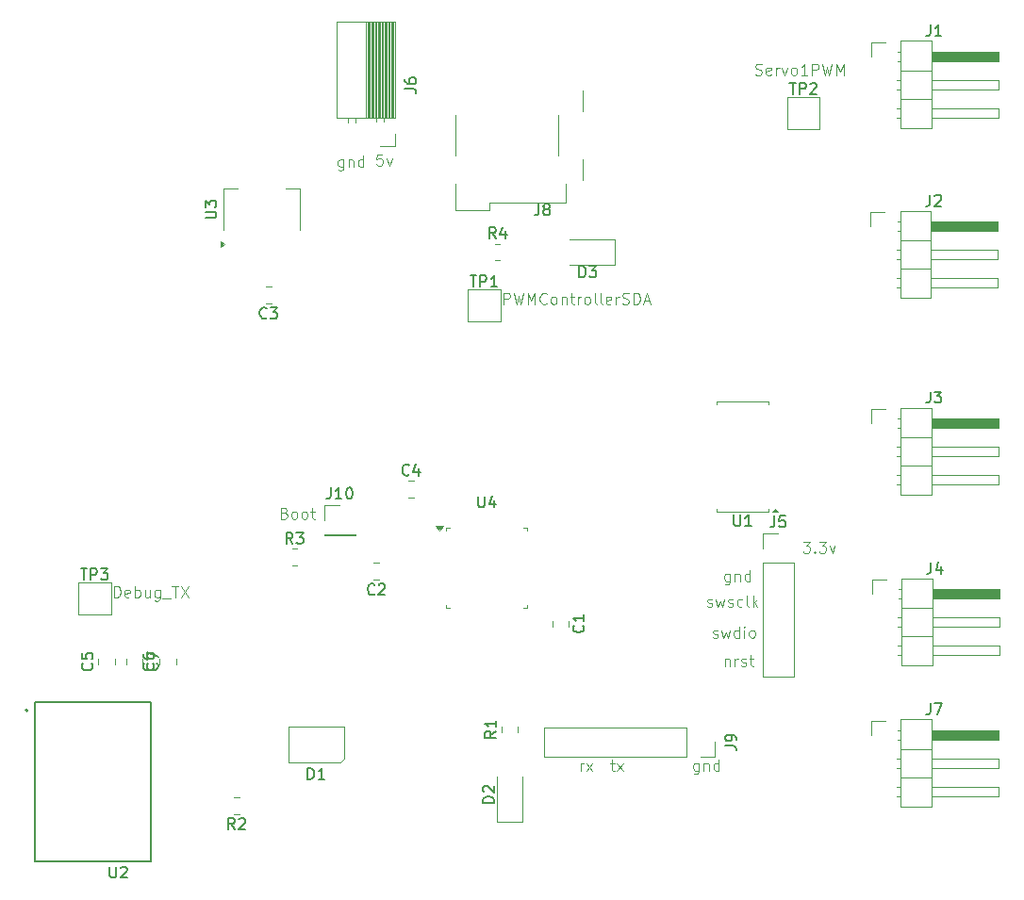
<source format=gbr>
%TF.GenerationSoftware,KiCad,Pcbnew,9.0.4*%
%TF.CreationDate,2025-10-22T08:48:54-05:00*%
%TF.ProjectId,MotorControl,4d6f746f-7243-46f6-9e74-726f6c2e6b69,rev?*%
%TF.SameCoordinates,Original*%
%TF.FileFunction,Legend,Top*%
%TF.FilePolarity,Positive*%
%FSLAX46Y46*%
G04 Gerber Fmt 4.6, Leading zero omitted, Abs format (unit mm)*
G04 Created by KiCad (PCBNEW 9.0.4) date 2025-10-22 08:48:54*
%MOMM*%
%LPD*%
G01*
G04 APERTURE LIST*
%ADD10C,0.100000*%
%ADD11C,0.150000*%
%ADD12C,0.120000*%
%ADD13C,0.127000*%
%ADD14C,0.200000*%
G04 APERTURE END LIST*
D10*
X149052646Y-85232419D02*
X149671693Y-85232419D01*
X149671693Y-85232419D02*
X149338360Y-85613371D01*
X149338360Y-85613371D02*
X149481217Y-85613371D01*
X149481217Y-85613371D02*
X149576455Y-85660990D01*
X149576455Y-85660990D02*
X149624074Y-85708609D01*
X149624074Y-85708609D02*
X149671693Y-85803847D01*
X149671693Y-85803847D02*
X149671693Y-86041942D01*
X149671693Y-86041942D02*
X149624074Y-86137180D01*
X149624074Y-86137180D02*
X149576455Y-86184800D01*
X149576455Y-86184800D02*
X149481217Y-86232419D01*
X149481217Y-86232419D02*
X149195503Y-86232419D01*
X149195503Y-86232419D02*
X149100265Y-86184800D01*
X149100265Y-86184800D02*
X149052646Y-86137180D01*
X150100265Y-86137180D02*
X150147884Y-86184800D01*
X150147884Y-86184800D02*
X150100265Y-86232419D01*
X150100265Y-86232419D02*
X150052646Y-86184800D01*
X150052646Y-86184800D02*
X150100265Y-86137180D01*
X150100265Y-86137180D02*
X150100265Y-86232419D01*
X150481217Y-85232419D02*
X151100264Y-85232419D01*
X151100264Y-85232419D02*
X150766931Y-85613371D01*
X150766931Y-85613371D02*
X150909788Y-85613371D01*
X150909788Y-85613371D02*
X151005026Y-85660990D01*
X151005026Y-85660990D02*
X151052645Y-85708609D01*
X151052645Y-85708609D02*
X151100264Y-85803847D01*
X151100264Y-85803847D02*
X151100264Y-86041942D01*
X151100264Y-86041942D02*
X151052645Y-86137180D01*
X151052645Y-86137180D02*
X151005026Y-86184800D01*
X151005026Y-86184800D02*
X150909788Y-86232419D01*
X150909788Y-86232419D02*
X150624074Y-86232419D01*
X150624074Y-86232419D02*
X150528836Y-86184800D01*
X150528836Y-86184800D02*
X150481217Y-86137180D01*
X151433598Y-85565752D02*
X151671693Y-86232419D01*
X151671693Y-86232419D02*
X151909788Y-85565752D01*
X102491217Y-82660609D02*
X102634074Y-82708228D01*
X102634074Y-82708228D02*
X102681693Y-82755847D01*
X102681693Y-82755847D02*
X102729312Y-82851085D01*
X102729312Y-82851085D02*
X102729312Y-82993942D01*
X102729312Y-82993942D02*
X102681693Y-83089180D01*
X102681693Y-83089180D02*
X102634074Y-83136800D01*
X102634074Y-83136800D02*
X102538836Y-83184419D01*
X102538836Y-83184419D02*
X102157884Y-83184419D01*
X102157884Y-83184419D02*
X102157884Y-82184419D01*
X102157884Y-82184419D02*
X102491217Y-82184419D01*
X102491217Y-82184419D02*
X102586455Y-82232038D01*
X102586455Y-82232038D02*
X102634074Y-82279657D01*
X102634074Y-82279657D02*
X102681693Y-82374895D01*
X102681693Y-82374895D02*
X102681693Y-82470133D01*
X102681693Y-82470133D02*
X102634074Y-82565371D01*
X102634074Y-82565371D02*
X102586455Y-82612990D01*
X102586455Y-82612990D02*
X102491217Y-82660609D01*
X102491217Y-82660609D02*
X102157884Y-82660609D01*
X103300741Y-83184419D02*
X103205503Y-83136800D01*
X103205503Y-83136800D02*
X103157884Y-83089180D01*
X103157884Y-83089180D02*
X103110265Y-82993942D01*
X103110265Y-82993942D02*
X103110265Y-82708228D01*
X103110265Y-82708228D02*
X103157884Y-82612990D01*
X103157884Y-82612990D02*
X103205503Y-82565371D01*
X103205503Y-82565371D02*
X103300741Y-82517752D01*
X103300741Y-82517752D02*
X103443598Y-82517752D01*
X103443598Y-82517752D02*
X103538836Y-82565371D01*
X103538836Y-82565371D02*
X103586455Y-82612990D01*
X103586455Y-82612990D02*
X103634074Y-82708228D01*
X103634074Y-82708228D02*
X103634074Y-82993942D01*
X103634074Y-82993942D02*
X103586455Y-83089180D01*
X103586455Y-83089180D02*
X103538836Y-83136800D01*
X103538836Y-83136800D02*
X103443598Y-83184419D01*
X103443598Y-83184419D02*
X103300741Y-83184419D01*
X104205503Y-83184419D02*
X104110265Y-83136800D01*
X104110265Y-83136800D02*
X104062646Y-83089180D01*
X104062646Y-83089180D02*
X104015027Y-82993942D01*
X104015027Y-82993942D02*
X104015027Y-82708228D01*
X104015027Y-82708228D02*
X104062646Y-82612990D01*
X104062646Y-82612990D02*
X104110265Y-82565371D01*
X104110265Y-82565371D02*
X104205503Y-82517752D01*
X104205503Y-82517752D02*
X104348360Y-82517752D01*
X104348360Y-82517752D02*
X104443598Y-82565371D01*
X104443598Y-82565371D02*
X104491217Y-82612990D01*
X104491217Y-82612990D02*
X104538836Y-82708228D01*
X104538836Y-82708228D02*
X104538836Y-82993942D01*
X104538836Y-82993942D02*
X104491217Y-83089180D01*
X104491217Y-83089180D02*
X104443598Y-83136800D01*
X104443598Y-83136800D02*
X104348360Y-83184419D01*
X104348360Y-83184419D02*
X104205503Y-83184419D01*
X104824551Y-82517752D02*
X105205503Y-82517752D01*
X104967408Y-82184419D02*
X104967408Y-83041561D01*
X104967408Y-83041561D02*
X105015027Y-83136800D01*
X105015027Y-83136800D02*
X105110265Y-83184419D01*
X105110265Y-83184419D02*
X105205503Y-83184419D01*
X140972265Y-93804800D02*
X141067503Y-93852419D01*
X141067503Y-93852419D02*
X141257979Y-93852419D01*
X141257979Y-93852419D02*
X141353217Y-93804800D01*
X141353217Y-93804800D02*
X141400836Y-93709561D01*
X141400836Y-93709561D02*
X141400836Y-93661942D01*
X141400836Y-93661942D02*
X141353217Y-93566704D01*
X141353217Y-93566704D02*
X141257979Y-93519085D01*
X141257979Y-93519085D02*
X141115122Y-93519085D01*
X141115122Y-93519085D02*
X141019884Y-93471466D01*
X141019884Y-93471466D02*
X140972265Y-93376228D01*
X140972265Y-93376228D02*
X140972265Y-93328609D01*
X140972265Y-93328609D02*
X141019884Y-93233371D01*
X141019884Y-93233371D02*
X141115122Y-93185752D01*
X141115122Y-93185752D02*
X141257979Y-93185752D01*
X141257979Y-93185752D02*
X141353217Y-93233371D01*
X141734170Y-93185752D02*
X141924646Y-93852419D01*
X141924646Y-93852419D02*
X142115122Y-93376228D01*
X142115122Y-93376228D02*
X142305598Y-93852419D01*
X142305598Y-93852419D02*
X142496074Y-93185752D01*
X143305598Y-93852419D02*
X143305598Y-92852419D01*
X143305598Y-93804800D02*
X143210360Y-93852419D01*
X143210360Y-93852419D02*
X143019884Y-93852419D01*
X143019884Y-93852419D02*
X142924646Y-93804800D01*
X142924646Y-93804800D02*
X142877027Y-93757180D01*
X142877027Y-93757180D02*
X142829408Y-93661942D01*
X142829408Y-93661942D02*
X142829408Y-93376228D01*
X142829408Y-93376228D02*
X142877027Y-93280990D01*
X142877027Y-93280990D02*
X142924646Y-93233371D01*
X142924646Y-93233371D02*
X143019884Y-93185752D01*
X143019884Y-93185752D02*
X143210360Y-93185752D01*
X143210360Y-93185752D02*
X143305598Y-93233371D01*
X143781789Y-93852419D02*
X143781789Y-93185752D01*
X143781789Y-92852419D02*
X143734170Y-92900038D01*
X143734170Y-92900038D02*
X143781789Y-92947657D01*
X143781789Y-92947657D02*
X143829408Y-92900038D01*
X143829408Y-92900038D02*
X143781789Y-92852419D01*
X143781789Y-92852419D02*
X143781789Y-92947657D01*
X144400836Y-93852419D02*
X144305598Y-93804800D01*
X144305598Y-93804800D02*
X144257979Y-93757180D01*
X144257979Y-93757180D02*
X144210360Y-93661942D01*
X144210360Y-93661942D02*
X144210360Y-93376228D01*
X144210360Y-93376228D02*
X144257979Y-93280990D01*
X144257979Y-93280990D02*
X144305598Y-93233371D01*
X144305598Y-93233371D02*
X144400836Y-93185752D01*
X144400836Y-93185752D02*
X144543693Y-93185752D01*
X144543693Y-93185752D02*
X144638931Y-93233371D01*
X144638931Y-93233371D02*
X144686550Y-93280990D01*
X144686550Y-93280990D02*
X144734169Y-93376228D01*
X144734169Y-93376228D02*
X144734169Y-93661942D01*
X144734169Y-93661942D02*
X144686550Y-93757180D01*
X144686550Y-93757180D02*
X144638931Y-93804800D01*
X144638931Y-93804800D02*
X144543693Y-93852419D01*
X144543693Y-93852419D02*
X144400836Y-93852419D01*
X140464265Y-91010800D02*
X140559503Y-91058419D01*
X140559503Y-91058419D02*
X140749979Y-91058419D01*
X140749979Y-91058419D02*
X140845217Y-91010800D01*
X140845217Y-91010800D02*
X140892836Y-90915561D01*
X140892836Y-90915561D02*
X140892836Y-90867942D01*
X140892836Y-90867942D02*
X140845217Y-90772704D01*
X140845217Y-90772704D02*
X140749979Y-90725085D01*
X140749979Y-90725085D02*
X140607122Y-90725085D01*
X140607122Y-90725085D02*
X140511884Y-90677466D01*
X140511884Y-90677466D02*
X140464265Y-90582228D01*
X140464265Y-90582228D02*
X140464265Y-90534609D01*
X140464265Y-90534609D02*
X140511884Y-90439371D01*
X140511884Y-90439371D02*
X140607122Y-90391752D01*
X140607122Y-90391752D02*
X140749979Y-90391752D01*
X140749979Y-90391752D02*
X140845217Y-90439371D01*
X141226170Y-90391752D02*
X141416646Y-91058419D01*
X141416646Y-91058419D02*
X141607122Y-90582228D01*
X141607122Y-90582228D02*
X141797598Y-91058419D01*
X141797598Y-91058419D02*
X141988074Y-90391752D01*
X142321408Y-91010800D02*
X142416646Y-91058419D01*
X142416646Y-91058419D02*
X142607122Y-91058419D01*
X142607122Y-91058419D02*
X142702360Y-91010800D01*
X142702360Y-91010800D02*
X142749979Y-90915561D01*
X142749979Y-90915561D02*
X142749979Y-90867942D01*
X142749979Y-90867942D02*
X142702360Y-90772704D01*
X142702360Y-90772704D02*
X142607122Y-90725085D01*
X142607122Y-90725085D02*
X142464265Y-90725085D01*
X142464265Y-90725085D02*
X142369027Y-90677466D01*
X142369027Y-90677466D02*
X142321408Y-90582228D01*
X142321408Y-90582228D02*
X142321408Y-90534609D01*
X142321408Y-90534609D02*
X142369027Y-90439371D01*
X142369027Y-90439371D02*
X142464265Y-90391752D01*
X142464265Y-90391752D02*
X142607122Y-90391752D01*
X142607122Y-90391752D02*
X142702360Y-90439371D01*
X143607122Y-91010800D02*
X143511884Y-91058419D01*
X143511884Y-91058419D02*
X143321408Y-91058419D01*
X143321408Y-91058419D02*
X143226170Y-91010800D01*
X143226170Y-91010800D02*
X143178551Y-90963180D01*
X143178551Y-90963180D02*
X143130932Y-90867942D01*
X143130932Y-90867942D02*
X143130932Y-90582228D01*
X143130932Y-90582228D02*
X143178551Y-90486990D01*
X143178551Y-90486990D02*
X143226170Y-90439371D01*
X143226170Y-90439371D02*
X143321408Y-90391752D01*
X143321408Y-90391752D02*
X143511884Y-90391752D01*
X143511884Y-90391752D02*
X143607122Y-90439371D01*
X144178551Y-91058419D02*
X144083313Y-91010800D01*
X144083313Y-91010800D02*
X144035694Y-90915561D01*
X144035694Y-90915561D02*
X144035694Y-90058419D01*
X144559504Y-91058419D02*
X144559504Y-90058419D01*
X144654742Y-90677466D02*
X144940456Y-91058419D01*
X144940456Y-90391752D02*
X144559504Y-90772704D01*
X87203884Y-90222419D02*
X87203884Y-89222419D01*
X87203884Y-89222419D02*
X87441979Y-89222419D01*
X87441979Y-89222419D02*
X87584836Y-89270038D01*
X87584836Y-89270038D02*
X87680074Y-89365276D01*
X87680074Y-89365276D02*
X87727693Y-89460514D01*
X87727693Y-89460514D02*
X87775312Y-89650990D01*
X87775312Y-89650990D02*
X87775312Y-89793847D01*
X87775312Y-89793847D02*
X87727693Y-89984323D01*
X87727693Y-89984323D02*
X87680074Y-90079561D01*
X87680074Y-90079561D02*
X87584836Y-90174800D01*
X87584836Y-90174800D02*
X87441979Y-90222419D01*
X87441979Y-90222419D02*
X87203884Y-90222419D01*
X88584836Y-90174800D02*
X88489598Y-90222419D01*
X88489598Y-90222419D02*
X88299122Y-90222419D01*
X88299122Y-90222419D02*
X88203884Y-90174800D01*
X88203884Y-90174800D02*
X88156265Y-90079561D01*
X88156265Y-90079561D02*
X88156265Y-89698609D01*
X88156265Y-89698609D02*
X88203884Y-89603371D01*
X88203884Y-89603371D02*
X88299122Y-89555752D01*
X88299122Y-89555752D02*
X88489598Y-89555752D01*
X88489598Y-89555752D02*
X88584836Y-89603371D01*
X88584836Y-89603371D02*
X88632455Y-89698609D01*
X88632455Y-89698609D02*
X88632455Y-89793847D01*
X88632455Y-89793847D02*
X88156265Y-89889085D01*
X89061027Y-90222419D02*
X89061027Y-89222419D01*
X89061027Y-89603371D02*
X89156265Y-89555752D01*
X89156265Y-89555752D02*
X89346741Y-89555752D01*
X89346741Y-89555752D02*
X89441979Y-89603371D01*
X89441979Y-89603371D02*
X89489598Y-89650990D01*
X89489598Y-89650990D02*
X89537217Y-89746228D01*
X89537217Y-89746228D02*
X89537217Y-90031942D01*
X89537217Y-90031942D02*
X89489598Y-90127180D01*
X89489598Y-90127180D02*
X89441979Y-90174800D01*
X89441979Y-90174800D02*
X89346741Y-90222419D01*
X89346741Y-90222419D02*
X89156265Y-90222419D01*
X89156265Y-90222419D02*
X89061027Y-90174800D01*
X90394360Y-89555752D02*
X90394360Y-90222419D01*
X89965789Y-89555752D02*
X89965789Y-90079561D01*
X89965789Y-90079561D02*
X90013408Y-90174800D01*
X90013408Y-90174800D02*
X90108646Y-90222419D01*
X90108646Y-90222419D02*
X90251503Y-90222419D01*
X90251503Y-90222419D02*
X90346741Y-90174800D01*
X90346741Y-90174800D02*
X90394360Y-90127180D01*
X91299122Y-89555752D02*
X91299122Y-90365276D01*
X91299122Y-90365276D02*
X91251503Y-90460514D01*
X91251503Y-90460514D02*
X91203884Y-90508133D01*
X91203884Y-90508133D02*
X91108646Y-90555752D01*
X91108646Y-90555752D02*
X90965789Y-90555752D01*
X90965789Y-90555752D02*
X90870551Y-90508133D01*
X91299122Y-90174800D02*
X91203884Y-90222419D01*
X91203884Y-90222419D02*
X91013408Y-90222419D01*
X91013408Y-90222419D02*
X90918170Y-90174800D01*
X90918170Y-90174800D02*
X90870551Y-90127180D01*
X90870551Y-90127180D02*
X90822932Y-90031942D01*
X90822932Y-90031942D02*
X90822932Y-89746228D01*
X90822932Y-89746228D02*
X90870551Y-89650990D01*
X90870551Y-89650990D02*
X90918170Y-89603371D01*
X90918170Y-89603371D02*
X91013408Y-89555752D01*
X91013408Y-89555752D02*
X91203884Y-89555752D01*
X91203884Y-89555752D02*
X91299122Y-89603371D01*
X91537218Y-90317657D02*
X92299122Y-90317657D01*
X92394361Y-89222419D02*
X92965789Y-89222419D01*
X92680075Y-90222419D02*
X92680075Y-89222419D01*
X93203885Y-89222419D02*
X93870551Y-90222419D01*
X93870551Y-89222419D02*
X93203885Y-90222419D01*
X144782265Y-43258800D02*
X144925122Y-43306419D01*
X144925122Y-43306419D02*
X145163217Y-43306419D01*
X145163217Y-43306419D02*
X145258455Y-43258800D01*
X145258455Y-43258800D02*
X145306074Y-43211180D01*
X145306074Y-43211180D02*
X145353693Y-43115942D01*
X145353693Y-43115942D02*
X145353693Y-43020704D01*
X145353693Y-43020704D02*
X145306074Y-42925466D01*
X145306074Y-42925466D02*
X145258455Y-42877847D01*
X145258455Y-42877847D02*
X145163217Y-42830228D01*
X145163217Y-42830228D02*
X144972741Y-42782609D01*
X144972741Y-42782609D02*
X144877503Y-42734990D01*
X144877503Y-42734990D02*
X144829884Y-42687371D01*
X144829884Y-42687371D02*
X144782265Y-42592133D01*
X144782265Y-42592133D02*
X144782265Y-42496895D01*
X144782265Y-42496895D02*
X144829884Y-42401657D01*
X144829884Y-42401657D02*
X144877503Y-42354038D01*
X144877503Y-42354038D02*
X144972741Y-42306419D01*
X144972741Y-42306419D02*
X145210836Y-42306419D01*
X145210836Y-42306419D02*
X145353693Y-42354038D01*
X146163217Y-43258800D02*
X146067979Y-43306419D01*
X146067979Y-43306419D02*
X145877503Y-43306419D01*
X145877503Y-43306419D02*
X145782265Y-43258800D01*
X145782265Y-43258800D02*
X145734646Y-43163561D01*
X145734646Y-43163561D02*
X145734646Y-42782609D01*
X145734646Y-42782609D02*
X145782265Y-42687371D01*
X145782265Y-42687371D02*
X145877503Y-42639752D01*
X145877503Y-42639752D02*
X146067979Y-42639752D01*
X146067979Y-42639752D02*
X146163217Y-42687371D01*
X146163217Y-42687371D02*
X146210836Y-42782609D01*
X146210836Y-42782609D02*
X146210836Y-42877847D01*
X146210836Y-42877847D02*
X145734646Y-42973085D01*
X146639408Y-43306419D02*
X146639408Y-42639752D01*
X146639408Y-42830228D02*
X146687027Y-42734990D01*
X146687027Y-42734990D02*
X146734646Y-42687371D01*
X146734646Y-42687371D02*
X146829884Y-42639752D01*
X146829884Y-42639752D02*
X146925122Y-42639752D01*
X147163218Y-42639752D02*
X147401313Y-43306419D01*
X147401313Y-43306419D02*
X147639408Y-42639752D01*
X148163218Y-43306419D02*
X148067980Y-43258800D01*
X148067980Y-43258800D02*
X148020361Y-43211180D01*
X148020361Y-43211180D02*
X147972742Y-43115942D01*
X147972742Y-43115942D02*
X147972742Y-42830228D01*
X147972742Y-42830228D02*
X148020361Y-42734990D01*
X148020361Y-42734990D02*
X148067980Y-42687371D01*
X148067980Y-42687371D02*
X148163218Y-42639752D01*
X148163218Y-42639752D02*
X148306075Y-42639752D01*
X148306075Y-42639752D02*
X148401313Y-42687371D01*
X148401313Y-42687371D02*
X148448932Y-42734990D01*
X148448932Y-42734990D02*
X148496551Y-42830228D01*
X148496551Y-42830228D02*
X148496551Y-43115942D01*
X148496551Y-43115942D02*
X148448932Y-43211180D01*
X148448932Y-43211180D02*
X148401313Y-43258800D01*
X148401313Y-43258800D02*
X148306075Y-43306419D01*
X148306075Y-43306419D02*
X148163218Y-43306419D01*
X149448932Y-43306419D02*
X148877504Y-43306419D01*
X149163218Y-43306419D02*
X149163218Y-42306419D01*
X149163218Y-42306419D02*
X149067980Y-42449276D01*
X149067980Y-42449276D02*
X148972742Y-42544514D01*
X148972742Y-42544514D02*
X148877504Y-42592133D01*
X149877504Y-43306419D02*
X149877504Y-42306419D01*
X149877504Y-42306419D02*
X150258456Y-42306419D01*
X150258456Y-42306419D02*
X150353694Y-42354038D01*
X150353694Y-42354038D02*
X150401313Y-42401657D01*
X150401313Y-42401657D02*
X150448932Y-42496895D01*
X150448932Y-42496895D02*
X150448932Y-42639752D01*
X150448932Y-42639752D02*
X150401313Y-42734990D01*
X150401313Y-42734990D02*
X150353694Y-42782609D01*
X150353694Y-42782609D02*
X150258456Y-42830228D01*
X150258456Y-42830228D02*
X149877504Y-42830228D01*
X150782266Y-42306419D02*
X151020361Y-43306419D01*
X151020361Y-43306419D02*
X151210837Y-42592133D01*
X151210837Y-42592133D02*
X151401313Y-43306419D01*
X151401313Y-43306419D02*
X151639409Y-42306419D01*
X152020361Y-43306419D02*
X152020361Y-42306419D01*
X152020361Y-42306419D02*
X152353694Y-43020704D01*
X152353694Y-43020704D02*
X152687027Y-42306419D01*
X152687027Y-42306419D02*
X152687027Y-43306419D01*
X107768055Y-50894752D02*
X107768055Y-51704276D01*
X107768055Y-51704276D02*
X107720436Y-51799514D01*
X107720436Y-51799514D02*
X107672817Y-51847133D01*
X107672817Y-51847133D02*
X107577579Y-51894752D01*
X107577579Y-51894752D02*
X107434722Y-51894752D01*
X107434722Y-51894752D02*
X107339484Y-51847133D01*
X107768055Y-51513800D02*
X107672817Y-51561419D01*
X107672817Y-51561419D02*
X107482341Y-51561419D01*
X107482341Y-51561419D02*
X107387103Y-51513800D01*
X107387103Y-51513800D02*
X107339484Y-51466180D01*
X107339484Y-51466180D02*
X107291865Y-51370942D01*
X107291865Y-51370942D02*
X107291865Y-51085228D01*
X107291865Y-51085228D02*
X107339484Y-50989990D01*
X107339484Y-50989990D02*
X107387103Y-50942371D01*
X107387103Y-50942371D02*
X107482341Y-50894752D01*
X107482341Y-50894752D02*
X107672817Y-50894752D01*
X107672817Y-50894752D02*
X107768055Y-50942371D01*
X108244246Y-50894752D02*
X108244246Y-51561419D01*
X108244246Y-50989990D02*
X108291865Y-50942371D01*
X108291865Y-50942371D02*
X108387103Y-50894752D01*
X108387103Y-50894752D02*
X108529960Y-50894752D01*
X108529960Y-50894752D02*
X108625198Y-50942371D01*
X108625198Y-50942371D02*
X108672817Y-51037609D01*
X108672817Y-51037609D02*
X108672817Y-51561419D01*
X109577579Y-51561419D02*
X109577579Y-50561419D01*
X109577579Y-51513800D02*
X109482341Y-51561419D01*
X109482341Y-51561419D02*
X109291865Y-51561419D01*
X109291865Y-51561419D02*
X109196627Y-51513800D01*
X109196627Y-51513800D02*
X109149008Y-51466180D01*
X109149008Y-51466180D02*
X109101389Y-51370942D01*
X109101389Y-51370942D02*
X109101389Y-51085228D01*
X109101389Y-51085228D02*
X109149008Y-50989990D01*
X109149008Y-50989990D02*
X109196627Y-50942371D01*
X109196627Y-50942371D02*
X109291865Y-50894752D01*
X109291865Y-50894752D02*
X109482341Y-50894752D01*
X109482341Y-50894752D02*
X109577579Y-50942371D01*
X111270074Y-50434419D02*
X110793884Y-50434419D01*
X110793884Y-50434419D02*
X110746265Y-50910609D01*
X110746265Y-50910609D02*
X110793884Y-50862990D01*
X110793884Y-50862990D02*
X110889122Y-50815371D01*
X110889122Y-50815371D02*
X111127217Y-50815371D01*
X111127217Y-50815371D02*
X111222455Y-50862990D01*
X111222455Y-50862990D02*
X111270074Y-50910609D01*
X111270074Y-50910609D02*
X111317693Y-51005847D01*
X111317693Y-51005847D02*
X111317693Y-51243942D01*
X111317693Y-51243942D02*
X111270074Y-51339180D01*
X111270074Y-51339180D02*
X111222455Y-51386800D01*
X111222455Y-51386800D02*
X111127217Y-51434419D01*
X111127217Y-51434419D02*
X110889122Y-51434419D01*
X110889122Y-51434419D02*
X110793884Y-51386800D01*
X110793884Y-51386800D02*
X110746265Y-51339180D01*
X111651027Y-50767752D02*
X111889122Y-51434419D01*
X111889122Y-51434419D02*
X112127217Y-50767752D01*
X122173884Y-63892419D02*
X122173884Y-62892419D01*
X122173884Y-62892419D02*
X122554836Y-62892419D01*
X122554836Y-62892419D02*
X122650074Y-62940038D01*
X122650074Y-62940038D02*
X122697693Y-62987657D01*
X122697693Y-62987657D02*
X122745312Y-63082895D01*
X122745312Y-63082895D02*
X122745312Y-63225752D01*
X122745312Y-63225752D02*
X122697693Y-63320990D01*
X122697693Y-63320990D02*
X122650074Y-63368609D01*
X122650074Y-63368609D02*
X122554836Y-63416228D01*
X122554836Y-63416228D02*
X122173884Y-63416228D01*
X123078646Y-62892419D02*
X123316741Y-63892419D01*
X123316741Y-63892419D02*
X123507217Y-63178133D01*
X123507217Y-63178133D02*
X123697693Y-63892419D01*
X123697693Y-63892419D02*
X123935789Y-62892419D01*
X124316741Y-63892419D02*
X124316741Y-62892419D01*
X124316741Y-62892419D02*
X124650074Y-63606704D01*
X124650074Y-63606704D02*
X124983407Y-62892419D01*
X124983407Y-62892419D02*
X124983407Y-63892419D01*
X126031026Y-63797180D02*
X125983407Y-63844800D01*
X125983407Y-63844800D02*
X125840550Y-63892419D01*
X125840550Y-63892419D02*
X125745312Y-63892419D01*
X125745312Y-63892419D02*
X125602455Y-63844800D01*
X125602455Y-63844800D02*
X125507217Y-63749561D01*
X125507217Y-63749561D02*
X125459598Y-63654323D01*
X125459598Y-63654323D02*
X125411979Y-63463847D01*
X125411979Y-63463847D02*
X125411979Y-63320990D01*
X125411979Y-63320990D02*
X125459598Y-63130514D01*
X125459598Y-63130514D02*
X125507217Y-63035276D01*
X125507217Y-63035276D02*
X125602455Y-62940038D01*
X125602455Y-62940038D02*
X125745312Y-62892419D01*
X125745312Y-62892419D02*
X125840550Y-62892419D01*
X125840550Y-62892419D02*
X125983407Y-62940038D01*
X125983407Y-62940038D02*
X126031026Y-62987657D01*
X126602455Y-63892419D02*
X126507217Y-63844800D01*
X126507217Y-63844800D02*
X126459598Y-63797180D01*
X126459598Y-63797180D02*
X126411979Y-63701942D01*
X126411979Y-63701942D02*
X126411979Y-63416228D01*
X126411979Y-63416228D02*
X126459598Y-63320990D01*
X126459598Y-63320990D02*
X126507217Y-63273371D01*
X126507217Y-63273371D02*
X126602455Y-63225752D01*
X126602455Y-63225752D02*
X126745312Y-63225752D01*
X126745312Y-63225752D02*
X126840550Y-63273371D01*
X126840550Y-63273371D02*
X126888169Y-63320990D01*
X126888169Y-63320990D02*
X126935788Y-63416228D01*
X126935788Y-63416228D02*
X126935788Y-63701942D01*
X126935788Y-63701942D02*
X126888169Y-63797180D01*
X126888169Y-63797180D02*
X126840550Y-63844800D01*
X126840550Y-63844800D02*
X126745312Y-63892419D01*
X126745312Y-63892419D02*
X126602455Y-63892419D01*
X127364360Y-63225752D02*
X127364360Y-63892419D01*
X127364360Y-63320990D02*
X127411979Y-63273371D01*
X127411979Y-63273371D02*
X127507217Y-63225752D01*
X127507217Y-63225752D02*
X127650074Y-63225752D01*
X127650074Y-63225752D02*
X127745312Y-63273371D01*
X127745312Y-63273371D02*
X127792931Y-63368609D01*
X127792931Y-63368609D02*
X127792931Y-63892419D01*
X128126265Y-63225752D02*
X128507217Y-63225752D01*
X128269122Y-62892419D02*
X128269122Y-63749561D01*
X128269122Y-63749561D02*
X128316741Y-63844800D01*
X128316741Y-63844800D02*
X128411979Y-63892419D01*
X128411979Y-63892419D02*
X128507217Y-63892419D01*
X128840551Y-63892419D02*
X128840551Y-63225752D01*
X128840551Y-63416228D02*
X128888170Y-63320990D01*
X128888170Y-63320990D02*
X128935789Y-63273371D01*
X128935789Y-63273371D02*
X129031027Y-63225752D01*
X129031027Y-63225752D02*
X129126265Y-63225752D01*
X129602456Y-63892419D02*
X129507218Y-63844800D01*
X129507218Y-63844800D02*
X129459599Y-63797180D01*
X129459599Y-63797180D02*
X129411980Y-63701942D01*
X129411980Y-63701942D02*
X129411980Y-63416228D01*
X129411980Y-63416228D02*
X129459599Y-63320990D01*
X129459599Y-63320990D02*
X129507218Y-63273371D01*
X129507218Y-63273371D02*
X129602456Y-63225752D01*
X129602456Y-63225752D02*
X129745313Y-63225752D01*
X129745313Y-63225752D02*
X129840551Y-63273371D01*
X129840551Y-63273371D02*
X129888170Y-63320990D01*
X129888170Y-63320990D02*
X129935789Y-63416228D01*
X129935789Y-63416228D02*
X129935789Y-63701942D01*
X129935789Y-63701942D02*
X129888170Y-63797180D01*
X129888170Y-63797180D02*
X129840551Y-63844800D01*
X129840551Y-63844800D02*
X129745313Y-63892419D01*
X129745313Y-63892419D02*
X129602456Y-63892419D01*
X130507218Y-63892419D02*
X130411980Y-63844800D01*
X130411980Y-63844800D02*
X130364361Y-63749561D01*
X130364361Y-63749561D02*
X130364361Y-62892419D01*
X131031028Y-63892419D02*
X130935790Y-63844800D01*
X130935790Y-63844800D02*
X130888171Y-63749561D01*
X130888171Y-63749561D02*
X130888171Y-62892419D01*
X131792933Y-63844800D02*
X131697695Y-63892419D01*
X131697695Y-63892419D02*
X131507219Y-63892419D01*
X131507219Y-63892419D02*
X131411981Y-63844800D01*
X131411981Y-63844800D02*
X131364362Y-63749561D01*
X131364362Y-63749561D02*
X131364362Y-63368609D01*
X131364362Y-63368609D02*
X131411981Y-63273371D01*
X131411981Y-63273371D02*
X131507219Y-63225752D01*
X131507219Y-63225752D02*
X131697695Y-63225752D01*
X131697695Y-63225752D02*
X131792933Y-63273371D01*
X131792933Y-63273371D02*
X131840552Y-63368609D01*
X131840552Y-63368609D02*
X131840552Y-63463847D01*
X131840552Y-63463847D02*
X131364362Y-63559085D01*
X132269124Y-63892419D02*
X132269124Y-63225752D01*
X132269124Y-63416228D02*
X132316743Y-63320990D01*
X132316743Y-63320990D02*
X132364362Y-63273371D01*
X132364362Y-63273371D02*
X132459600Y-63225752D01*
X132459600Y-63225752D02*
X132554838Y-63225752D01*
X132840553Y-63844800D02*
X132983410Y-63892419D01*
X132983410Y-63892419D02*
X133221505Y-63892419D01*
X133221505Y-63892419D02*
X133316743Y-63844800D01*
X133316743Y-63844800D02*
X133364362Y-63797180D01*
X133364362Y-63797180D02*
X133411981Y-63701942D01*
X133411981Y-63701942D02*
X133411981Y-63606704D01*
X133411981Y-63606704D02*
X133364362Y-63511466D01*
X133364362Y-63511466D02*
X133316743Y-63463847D01*
X133316743Y-63463847D02*
X133221505Y-63416228D01*
X133221505Y-63416228D02*
X133031029Y-63368609D01*
X133031029Y-63368609D02*
X132935791Y-63320990D01*
X132935791Y-63320990D02*
X132888172Y-63273371D01*
X132888172Y-63273371D02*
X132840553Y-63178133D01*
X132840553Y-63178133D02*
X132840553Y-63082895D01*
X132840553Y-63082895D02*
X132888172Y-62987657D01*
X132888172Y-62987657D02*
X132935791Y-62940038D01*
X132935791Y-62940038D02*
X133031029Y-62892419D01*
X133031029Y-62892419D02*
X133269124Y-62892419D01*
X133269124Y-62892419D02*
X133411981Y-62940038D01*
X133840553Y-63892419D02*
X133840553Y-62892419D01*
X133840553Y-62892419D02*
X134078648Y-62892419D01*
X134078648Y-62892419D02*
X134221505Y-62940038D01*
X134221505Y-62940038D02*
X134316743Y-63035276D01*
X134316743Y-63035276D02*
X134364362Y-63130514D01*
X134364362Y-63130514D02*
X134411981Y-63320990D01*
X134411981Y-63320990D02*
X134411981Y-63463847D01*
X134411981Y-63463847D02*
X134364362Y-63654323D01*
X134364362Y-63654323D02*
X134316743Y-63749561D01*
X134316743Y-63749561D02*
X134221505Y-63844800D01*
X134221505Y-63844800D02*
X134078648Y-63892419D01*
X134078648Y-63892419D02*
X133840553Y-63892419D01*
X134792934Y-63606704D02*
X135269124Y-63606704D01*
X134697696Y-63892419D02*
X135031029Y-62892419D01*
X135031029Y-62892419D02*
X135364362Y-63892419D01*
X131733027Y-105123752D02*
X132113979Y-105123752D01*
X131875884Y-104790419D02*
X131875884Y-105647561D01*
X131875884Y-105647561D02*
X131923503Y-105742800D01*
X131923503Y-105742800D02*
X132018741Y-105790419D01*
X132018741Y-105790419D02*
X132113979Y-105790419D01*
X132352075Y-105790419D02*
X132875884Y-105123752D01*
X132352075Y-105123752D02*
X132875884Y-105790419D01*
X139670455Y-105123752D02*
X139670455Y-105933276D01*
X139670455Y-105933276D02*
X139622836Y-106028514D01*
X139622836Y-106028514D02*
X139575217Y-106076133D01*
X139575217Y-106076133D02*
X139479979Y-106123752D01*
X139479979Y-106123752D02*
X139337122Y-106123752D01*
X139337122Y-106123752D02*
X139241884Y-106076133D01*
X139670455Y-105742800D02*
X139575217Y-105790419D01*
X139575217Y-105790419D02*
X139384741Y-105790419D01*
X139384741Y-105790419D02*
X139289503Y-105742800D01*
X139289503Y-105742800D02*
X139241884Y-105695180D01*
X139241884Y-105695180D02*
X139194265Y-105599942D01*
X139194265Y-105599942D02*
X139194265Y-105314228D01*
X139194265Y-105314228D02*
X139241884Y-105218990D01*
X139241884Y-105218990D02*
X139289503Y-105171371D01*
X139289503Y-105171371D02*
X139384741Y-105123752D01*
X139384741Y-105123752D02*
X139575217Y-105123752D01*
X139575217Y-105123752D02*
X139670455Y-105171371D01*
X140146646Y-105123752D02*
X140146646Y-105790419D01*
X140146646Y-105218990D02*
X140194265Y-105171371D01*
X140194265Y-105171371D02*
X140289503Y-105123752D01*
X140289503Y-105123752D02*
X140432360Y-105123752D01*
X140432360Y-105123752D02*
X140527598Y-105171371D01*
X140527598Y-105171371D02*
X140575217Y-105266609D01*
X140575217Y-105266609D02*
X140575217Y-105790419D01*
X141479979Y-105790419D02*
X141479979Y-104790419D01*
X141479979Y-105742800D02*
X141384741Y-105790419D01*
X141384741Y-105790419D02*
X141194265Y-105790419D01*
X141194265Y-105790419D02*
X141099027Y-105742800D01*
X141099027Y-105742800D02*
X141051408Y-105695180D01*
X141051408Y-105695180D02*
X141003789Y-105599942D01*
X141003789Y-105599942D02*
X141003789Y-105314228D01*
X141003789Y-105314228D02*
X141051408Y-105218990D01*
X141051408Y-105218990D02*
X141099027Y-105171371D01*
X141099027Y-105171371D02*
X141194265Y-105123752D01*
X141194265Y-105123752D02*
X141384741Y-105123752D01*
X141384741Y-105123752D02*
X141479979Y-105171371D01*
X142035884Y-95725752D02*
X142035884Y-96392419D01*
X142035884Y-95820990D02*
X142083503Y-95773371D01*
X142083503Y-95773371D02*
X142178741Y-95725752D01*
X142178741Y-95725752D02*
X142321598Y-95725752D01*
X142321598Y-95725752D02*
X142416836Y-95773371D01*
X142416836Y-95773371D02*
X142464455Y-95868609D01*
X142464455Y-95868609D02*
X142464455Y-96392419D01*
X142940646Y-96392419D02*
X142940646Y-95725752D01*
X142940646Y-95916228D02*
X142988265Y-95820990D01*
X142988265Y-95820990D02*
X143035884Y-95773371D01*
X143035884Y-95773371D02*
X143131122Y-95725752D01*
X143131122Y-95725752D02*
X143226360Y-95725752D01*
X143512075Y-96344800D02*
X143607313Y-96392419D01*
X143607313Y-96392419D02*
X143797789Y-96392419D01*
X143797789Y-96392419D02*
X143893027Y-96344800D01*
X143893027Y-96344800D02*
X143940646Y-96249561D01*
X143940646Y-96249561D02*
X143940646Y-96201942D01*
X143940646Y-96201942D02*
X143893027Y-96106704D01*
X143893027Y-96106704D02*
X143797789Y-96059085D01*
X143797789Y-96059085D02*
X143654932Y-96059085D01*
X143654932Y-96059085D02*
X143559694Y-96011466D01*
X143559694Y-96011466D02*
X143512075Y-95916228D01*
X143512075Y-95916228D02*
X143512075Y-95868609D01*
X143512075Y-95868609D02*
X143559694Y-95773371D01*
X143559694Y-95773371D02*
X143654932Y-95725752D01*
X143654932Y-95725752D02*
X143797789Y-95725752D01*
X143797789Y-95725752D02*
X143893027Y-95773371D01*
X144226361Y-95725752D02*
X144607313Y-95725752D01*
X144369218Y-95392419D02*
X144369218Y-96249561D01*
X144369218Y-96249561D02*
X144416837Y-96344800D01*
X144416837Y-96344800D02*
X144512075Y-96392419D01*
X144512075Y-96392419D02*
X144607313Y-96392419D01*
X129081884Y-105790419D02*
X129081884Y-105123752D01*
X129081884Y-105314228D02*
X129129503Y-105218990D01*
X129129503Y-105218990D02*
X129177122Y-105171371D01*
X129177122Y-105171371D02*
X129272360Y-105123752D01*
X129272360Y-105123752D02*
X129367598Y-105123752D01*
X129605694Y-105790419D02*
X130129503Y-105123752D01*
X129605694Y-105123752D02*
X130129503Y-105790419D01*
X142464455Y-88105752D02*
X142464455Y-88915276D01*
X142464455Y-88915276D02*
X142416836Y-89010514D01*
X142416836Y-89010514D02*
X142369217Y-89058133D01*
X142369217Y-89058133D02*
X142273979Y-89105752D01*
X142273979Y-89105752D02*
X142131122Y-89105752D01*
X142131122Y-89105752D02*
X142035884Y-89058133D01*
X142464455Y-88724800D02*
X142369217Y-88772419D01*
X142369217Y-88772419D02*
X142178741Y-88772419D01*
X142178741Y-88772419D02*
X142083503Y-88724800D01*
X142083503Y-88724800D02*
X142035884Y-88677180D01*
X142035884Y-88677180D02*
X141988265Y-88581942D01*
X141988265Y-88581942D02*
X141988265Y-88296228D01*
X141988265Y-88296228D02*
X142035884Y-88200990D01*
X142035884Y-88200990D02*
X142083503Y-88153371D01*
X142083503Y-88153371D02*
X142178741Y-88105752D01*
X142178741Y-88105752D02*
X142369217Y-88105752D01*
X142369217Y-88105752D02*
X142464455Y-88153371D01*
X142940646Y-88105752D02*
X142940646Y-88772419D01*
X142940646Y-88200990D02*
X142988265Y-88153371D01*
X142988265Y-88153371D02*
X143083503Y-88105752D01*
X143083503Y-88105752D02*
X143226360Y-88105752D01*
X143226360Y-88105752D02*
X143321598Y-88153371D01*
X143321598Y-88153371D02*
X143369217Y-88248609D01*
X143369217Y-88248609D02*
X143369217Y-88772419D01*
X144273979Y-88772419D02*
X144273979Y-87772419D01*
X144273979Y-88724800D02*
X144178741Y-88772419D01*
X144178741Y-88772419D02*
X143988265Y-88772419D01*
X143988265Y-88772419D02*
X143893027Y-88724800D01*
X143893027Y-88724800D02*
X143845408Y-88677180D01*
X143845408Y-88677180D02*
X143797789Y-88581942D01*
X143797789Y-88581942D02*
X143797789Y-88296228D01*
X143797789Y-88296228D02*
X143845408Y-88200990D01*
X143845408Y-88200990D02*
X143893027Y-88153371D01*
X143893027Y-88153371D02*
X143988265Y-88105752D01*
X143988265Y-88105752D02*
X144178741Y-88105752D01*
X144178741Y-88105752D02*
X144273979Y-88153371D01*
D11*
X160474066Y-71759219D02*
X160474066Y-72473504D01*
X160474066Y-72473504D02*
X160426447Y-72616361D01*
X160426447Y-72616361D02*
X160331209Y-72711600D01*
X160331209Y-72711600D02*
X160188352Y-72759219D01*
X160188352Y-72759219D02*
X160093114Y-72759219D01*
X160855019Y-71759219D02*
X161474066Y-71759219D01*
X161474066Y-71759219D02*
X161140733Y-72140171D01*
X161140733Y-72140171D02*
X161283590Y-72140171D01*
X161283590Y-72140171D02*
X161378828Y-72187790D01*
X161378828Y-72187790D02*
X161426447Y-72235409D01*
X161426447Y-72235409D02*
X161474066Y-72330647D01*
X161474066Y-72330647D02*
X161474066Y-72568742D01*
X161474066Y-72568742D02*
X161426447Y-72663980D01*
X161426447Y-72663980D02*
X161378828Y-72711600D01*
X161378828Y-72711600D02*
X161283590Y-72759219D01*
X161283590Y-72759219D02*
X160997876Y-72759219D01*
X160997876Y-72759219D02*
X160902638Y-72711600D01*
X160902638Y-72711600D02*
X160855019Y-72663980D01*
X91039580Y-96166666D02*
X91087200Y-96214285D01*
X91087200Y-96214285D02*
X91134819Y-96357142D01*
X91134819Y-96357142D02*
X91134819Y-96452380D01*
X91134819Y-96452380D02*
X91087200Y-96595237D01*
X91087200Y-96595237D02*
X90991961Y-96690475D01*
X90991961Y-96690475D02*
X90896723Y-96738094D01*
X90896723Y-96738094D02*
X90706247Y-96785713D01*
X90706247Y-96785713D02*
X90563390Y-96785713D01*
X90563390Y-96785713D02*
X90372914Y-96738094D01*
X90372914Y-96738094D02*
X90277676Y-96690475D01*
X90277676Y-96690475D02*
X90182438Y-96595237D01*
X90182438Y-96595237D02*
X90134819Y-96452380D01*
X90134819Y-96452380D02*
X90134819Y-96357142D01*
X90134819Y-96357142D02*
X90182438Y-96214285D01*
X90182438Y-96214285D02*
X90230057Y-96166666D01*
X90134819Y-95833332D02*
X90134819Y-95166666D01*
X90134819Y-95166666D02*
X91134819Y-95595237D01*
X128959405Y-61484819D02*
X128959405Y-60484819D01*
X128959405Y-60484819D02*
X129197500Y-60484819D01*
X129197500Y-60484819D02*
X129340357Y-60532438D01*
X129340357Y-60532438D02*
X129435595Y-60627676D01*
X129435595Y-60627676D02*
X129483214Y-60722914D01*
X129483214Y-60722914D02*
X129530833Y-60913390D01*
X129530833Y-60913390D02*
X129530833Y-61056247D01*
X129530833Y-61056247D02*
X129483214Y-61246723D01*
X129483214Y-61246723D02*
X129435595Y-61341961D01*
X129435595Y-61341961D02*
X129340357Y-61437200D01*
X129340357Y-61437200D02*
X129197500Y-61484819D01*
X129197500Y-61484819D02*
X128959405Y-61484819D01*
X129864167Y-60484819D02*
X130483214Y-60484819D01*
X130483214Y-60484819D02*
X130149881Y-60865771D01*
X130149881Y-60865771D02*
X130292738Y-60865771D01*
X130292738Y-60865771D02*
X130387976Y-60913390D01*
X130387976Y-60913390D02*
X130435595Y-60961009D01*
X130435595Y-60961009D02*
X130483214Y-61056247D01*
X130483214Y-61056247D02*
X130483214Y-61294342D01*
X130483214Y-61294342D02*
X130435595Y-61389580D01*
X130435595Y-61389580D02*
X130387976Y-61437200D01*
X130387976Y-61437200D02*
X130292738Y-61484819D01*
X130292738Y-61484819D02*
X130007024Y-61484819D01*
X130007024Y-61484819D02*
X129911786Y-61437200D01*
X129911786Y-61437200D02*
X129864167Y-61389580D01*
X104579405Y-106574819D02*
X104579405Y-105574819D01*
X104579405Y-105574819D02*
X104817500Y-105574819D01*
X104817500Y-105574819D02*
X104960357Y-105622438D01*
X104960357Y-105622438D02*
X105055595Y-105717676D01*
X105055595Y-105717676D02*
X105103214Y-105812914D01*
X105103214Y-105812914D02*
X105150833Y-106003390D01*
X105150833Y-106003390D02*
X105150833Y-106146247D01*
X105150833Y-106146247D02*
X105103214Y-106336723D01*
X105103214Y-106336723D02*
X105055595Y-106431961D01*
X105055595Y-106431961D02*
X104960357Y-106527200D01*
X104960357Y-106527200D02*
X104817500Y-106574819D01*
X104817500Y-106574819D02*
X104579405Y-106574819D01*
X106103214Y-106574819D02*
X105531786Y-106574819D01*
X105817500Y-106574819D02*
X105817500Y-105574819D01*
X105817500Y-105574819D02*
X105722262Y-105717676D01*
X105722262Y-105717676D02*
X105627024Y-105812914D01*
X105627024Y-105812914D02*
X105531786Y-105860533D01*
X95373119Y-56159304D02*
X96182642Y-56159304D01*
X96182642Y-56159304D02*
X96277880Y-56111685D01*
X96277880Y-56111685D02*
X96325500Y-56064066D01*
X96325500Y-56064066D02*
X96373119Y-55968828D01*
X96373119Y-55968828D02*
X96373119Y-55778352D01*
X96373119Y-55778352D02*
X96325500Y-55683114D01*
X96325500Y-55683114D02*
X96277880Y-55635495D01*
X96277880Y-55635495D02*
X96182642Y-55587876D01*
X96182642Y-55587876D02*
X95373119Y-55587876D01*
X95373119Y-55206923D02*
X95373119Y-54587876D01*
X95373119Y-54587876D02*
X95754071Y-54921209D01*
X95754071Y-54921209D02*
X95754071Y-54778352D01*
X95754071Y-54778352D02*
X95801690Y-54683114D01*
X95801690Y-54683114D02*
X95849309Y-54635495D01*
X95849309Y-54635495D02*
X95944547Y-54587876D01*
X95944547Y-54587876D02*
X96182642Y-54587876D01*
X96182642Y-54587876D02*
X96277880Y-54635495D01*
X96277880Y-54635495D02*
X96325500Y-54683114D01*
X96325500Y-54683114D02*
X96373119Y-54778352D01*
X96373119Y-54778352D02*
X96373119Y-55064066D01*
X96373119Y-55064066D02*
X96325500Y-55159304D01*
X96325500Y-55159304D02*
X96277880Y-55206923D01*
X100879133Y-65107780D02*
X100831514Y-65155400D01*
X100831514Y-65155400D02*
X100688657Y-65203019D01*
X100688657Y-65203019D02*
X100593419Y-65203019D01*
X100593419Y-65203019D02*
X100450562Y-65155400D01*
X100450562Y-65155400D02*
X100355324Y-65060161D01*
X100355324Y-65060161D02*
X100307705Y-64964923D01*
X100307705Y-64964923D02*
X100260086Y-64774447D01*
X100260086Y-64774447D02*
X100260086Y-64631590D01*
X100260086Y-64631590D02*
X100307705Y-64441114D01*
X100307705Y-64441114D02*
X100355324Y-64345876D01*
X100355324Y-64345876D02*
X100450562Y-64250638D01*
X100450562Y-64250638D02*
X100593419Y-64203019D01*
X100593419Y-64203019D02*
X100688657Y-64203019D01*
X100688657Y-64203019D02*
X100831514Y-64250638D01*
X100831514Y-64250638D02*
X100879133Y-64298257D01*
X101212467Y-64203019D02*
X101831514Y-64203019D01*
X101831514Y-64203019D02*
X101498181Y-64583971D01*
X101498181Y-64583971D02*
X101641038Y-64583971D01*
X101641038Y-64583971D02*
X101736276Y-64631590D01*
X101736276Y-64631590D02*
X101783895Y-64679209D01*
X101783895Y-64679209D02*
X101831514Y-64774447D01*
X101831514Y-64774447D02*
X101831514Y-65012542D01*
X101831514Y-65012542D02*
X101783895Y-65107780D01*
X101783895Y-65107780D02*
X101736276Y-65155400D01*
X101736276Y-65155400D02*
X101641038Y-65203019D01*
X101641038Y-65203019D02*
X101355324Y-65203019D01*
X101355324Y-65203019D02*
X101260086Y-65155400D01*
X101260086Y-65155400D02*
X101212467Y-65107780D01*
X84188095Y-87656819D02*
X84759523Y-87656819D01*
X84473809Y-88656819D02*
X84473809Y-87656819D01*
X85092857Y-88656819D02*
X85092857Y-87656819D01*
X85092857Y-87656819D02*
X85473809Y-87656819D01*
X85473809Y-87656819D02*
X85569047Y-87704438D01*
X85569047Y-87704438D02*
X85616666Y-87752057D01*
X85616666Y-87752057D02*
X85664285Y-87847295D01*
X85664285Y-87847295D02*
X85664285Y-87990152D01*
X85664285Y-87990152D02*
X85616666Y-88085390D01*
X85616666Y-88085390D02*
X85569047Y-88133009D01*
X85569047Y-88133009D02*
X85473809Y-88180628D01*
X85473809Y-88180628D02*
X85092857Y-88180628D01*
X85997619Y-87656819D02*
X86616666Y-87656819D01*
X86616666Y-87656819D02*
X86283333Y-88037771D01*
X86283333Y-88037771D02*
X86426190Y-88037771D01*
X86426190Y-88037771D02*
X86521428Y-88085390D01*
X86521428Y-88085390D02*
X86569047Y-88133009D01*
X86569047Y-88133009D02*
X86616666Y-88228247D01*
X86616666Y-88228247D02*
X86616666Y-88466342D01*
X86616666Y-88466342D02*
X86569047Y-88561580D01*
X86569047Y-88561580D02*
X86521428Y-88609200D01*
X86521428Y-88609200D02*
X86426190Y-88656819D01*
X86426190Y-88656819D02*
X86140476Y-88656819D01*
X86140476Y-88656819D02*
X86045238Y-88609200D01*
X86045238Y-88609200D02*
X85997619Y-88561580D01*
X125311666Y-54904819D02*
X125311666Y-55619104D01*
X125311666Y-55619104D02*
X125264047Y-55761961D01*
X125264047Y-55761961D02*
X125168809Y-55857200D01*
X125168809Y-55857200D02*
X125025952Y-55904819D01*
X125025952Y-55904819D02*
X124930714Y-55904819D01*
X125930714Y-55333390D02*
X125835476Y-55285771D01*
X125835476Y-55285771D02*
X125787857Y-55238152D01*
X125787857Y-55238152D02*
X125740238Y-55142914D01*
X125740238Y-55142914D02*
X125740238Y-55095295D01*
X125740238Y-55095295D02*
X125787857Y-55000057D01*
X125787857Y-55000057D02*
X125835476Y-54952438D01*
X125835476Y-54952438D02*
X125930714Y-54904819D01*
X125930714Y-54904819D02*
X126121190Y-54904819D01*
X126121190Y-54904819D02*
X126216428Y-54952438D01*
X126216428Y-54952438D02*
X126264047Y-55000057D01*
X126264047Y-55000057D02*
X126311666Y-55095295D01*
X126311666Y-55095295D02*
X126311666Y-55142914D01*
X126311666Y-55142914D02*
X126264047Y-55238152D01*
X126264047Y-55238152D02*
X126216428Y-55285771D01*
X126216428Y-55285771D02*
X126121190Y-55333390D01*
X126121190Y-55333390D02*
X125930714Y-55333390D01*
X125930714Y-55333390D02*
X125835476Y-55381009D01*
X125835476Y-55381009D02*
X125787857Y-55428628D01*
X125787857Y-55428628D02*
X125740238Y-55523866D01*
X125740238Y-55523866D02*
X125740238Y-55714342D01*
X125740238Y-55714342D02*
X125787857Y-55809580D01*
X125787857Y-55809580D02*
X125835476Y-55857200D01*
X125835476Y-55857200D02*
X125930714Y-55904819D01*
X125930714Y-55904819D02*
X126121190Y-55904819D01*
X126121190Y-55904819D02*
X126216428Y-55857200D01*
X126216428Y-55857200D02*
X126264047Y-55809580D01*
X126264047Y-55809580D02*
X126311666Y-55714342D01*
X126311666Y-55714342D02*
X126311666Y-55523866D01*
X126311666Y-55523866D02*
X126264047Y-55428628D01*
X126264047Y-55428628D02*
X126216428Y-55381009D01*
X126216428Y-55381009D02*
X126121190Y-55333390D01*
X119158095Y-61326819D02*
X119729523Y-61326819D01*
X119443809Y-62326819D02*
X119443809Y-61326819D01*
X120062857Y-62326819D02*
X120062857Y-61326819D01*
X120062857Y-61326819D02*
X120443809Y-61326819D01*
X120443809Y-61326819D02*
X120539047Y-61374438D01*
X120539047Y-61374438D02*
X120586666Y-61422057D01*
X120586666Y-61422057D02*
X120634285Y-61517295D01*
X120634285Y-61517295D02*
X120634285Y-61660152D01*
X120634285Y-61660152D02*
X120586666Y-61755390D01*
X120586666Y-61755390D02*
X120539047Y-61803009D01*
X120539047Y-61803009D02*
X120443809Y-61850628D01*
X120443809Y-61850628D02*
X120062857Y-61850628D01*
X121586666Y-62326819D02*
X121015238Y-62326819D01*
X121300952Y-62326819D02*
X121300952Y-61326819D01*
X121300952Y-61326819D02*
X121205714Y-61469676D01*
X121205714Y-61469676D02*
X121110476Y-61564914D01*
X121110476Y-61564914D02*
X121015238Y-61612533D01*
X85179580Y-96166666D02*
X85227200Y-96214285D01*
X85227200Y-96214285D02*
X85274819Y-96357142D01*
X85274819Y-96357142D02*
X85274819Y-96452380D01*
X85274819Y-96452380D02*
X85227200Y-96595237D01*
X85227200Y-96595237D02*
X85131961Y-96690475D01*
X85131961Y-96690475D02*
X85036723Y-96738094D01*
X85036723Y-96738094D02*
X84846247Y-96785713D01*
X84846247Y-96785713D02*
X84703390Y-96785713D01*
X84703390Y-96785713D02*
X84512914Y-96738094D01*
X84512914Y-96738094D02*
X84417676Y-96690475D01*
X84417676Y-96690475D02*
X84322438Y-96595237D01*
X84322438Y-96595237D02*
X84274819Y-96452380D01*
X84274819Y-96452380D02*
X84274819Y-96357142D01*
X84274819Y-96357142D02*
X84322438Y-96214285D01*
X84322438Y-96214285D02*
X84370057Y-96166666D01*
X84274819Y-95261904D02*
X84274819Y-95738094D01*
X84274819Y-95738094D02*
X84751009Y-95785713D01*
X84751009Y-95785713D02*
X84703390Y-95738094D01*
X84703390Y-95738094D02*
X84655771Y-95642856D01*
X84655771Y-95642856D02*
X84655771Y-95404761D01*
X84655771Y-95404761D02*
X84703390Y-95309523D01*
X84703390Y-95309523D02*
X84751009Y-95261904D01*
X84751009Y-95261904D02*
X84846247Y-95214285D01*
X84846247Y-95214285D02*
X85084342Y-95214285D01*
X85084342Y-95214285D02*
X85179580Y-95261904D01*
X85179580Y-95261904D02*
X85227200Y-95309523D01*
X85227200Y-95309523D02*
X85274819Y-95404761D01*
X85274819Y-95404761D02*
X85274819Y-95642856D01*
X85274819Y-95642856D02*
X85227200Y-95738094D01*
X85227200Y-95738094D02*
X85179580Y-95785713D01*
X121306819Y-108688094D02*
X120306819Y-108688094D01*
X120306819Y-108688094D02*
X120306819Y-108449999D01*
X120306819Y-108449999D02*
X120354438Y-108307142D01*
X120354438Y-108307142D02*
X120449676Y-108211904D01*
X120449676Y-108211904D02*
X120544914Y-108164285D01*
X120544914Y-108164285D02*
X120735390Y-108116666D01*
X120735390Y-108116666D02*
X120878247Y-108116666D01*
X120878247Y-108116666D02*
X121068723Y-108164285D01*
X121068723Y-108164285D02*
X121163961Y-108211904D01*
X121163961Y-108211904D02*
X121259200Y-108307142D01*
X121259200Y-108307142D02*
X121306819Y-108449999D01*
X121306819Y-108449999D02*
X121306819Y-108688094D01*
X120402057Y-107735713D02*
X120354438Y-107688094D01*
X120354438Y-107688094D02*
X120306819Y-107592856D01*
X120306819Y-107592856D02*
X120306819Y-107354761D01*
X120306819Y-107354761D02*
X120354438Y-107259523D01*
X120354438Y-107259523D02*
X120402057Y-107211904D01*
X120402057Y-107211904D02*
X120497295Y-107164285D01*
X120497295Y-107164285D02*
X120592533Y-107164285D01*
X120592533Y-107164285D02*
X120735390Y-107211904D01*
X120735390Y-107211904D02*
X121306819Y-107783332D01*
X121306819Y-107783332D02*
X121306819Y-107164285D01*
X142850595Y-82829819D02*
X142850595Y-83639342D01*
X142850595Y-83639342D02*
X142898214Y-83734580D01*
X142898214Y-83734580D02*
X142945833Y-83782200D01*
X142945833Y-83782200D02*
X143041071Y-83829819D01*
X143041071Y-83829819D02*
X143231547Y-83829819D01*
X143231547Y-83829819D02*
X143326785Y-83782200D01*
X143326785Y-83782200D02*
X143374404Y-83734580D01*
X143374404Y-83734580D02*
X143422023Y-83639342D01*
X143422023Y-83639342D02*
X143422023Y-82829819D01*
X144422023Y-83829819D02*
X143850595Y-83829819D01*
X144136309Y-83829819D02*
X144136309Y-82829819D01*
X144136309Y-82829819D02*
X144041071Y-82972676D01*
X144041071Y-82972676D02*
X143945833Y-83067914D01*
X143945833Y-83067914D02*
X143850595Y-83115533D01*
X90679580Y-96166666D02*
X90727200Y-96214285D01*
X90727200Y-96214285D02*
X90774819Y-96357142D01*
X90774819Y-96357142D02*
X90774819Y-96452380D01*
X90774819Y-96452380D02*
X90727200Y-96595237D01*
X90727200Y-96595237D02*
X90631961Y-96690475D01*
X90631961Y-96690475D02*
X90536723Y-96738094D01*
X90536723Y-96738094D02*
X90346247Y-96785713D01*
X90346247Y-96785713D02*
X90203390Y-96785713D01*
X90203390Y-96785713D02*
X90012914Y-96738094D01*
X90012914Y-96738094D02*
X89917676Y-96690475D01*
X89917676Y-96690475D02*
X89822438Y-96595237D01*
X89822438Y-96595237D02*
X89774819Y-96452380D01*
X89774819Y-96452380D02*
X89774819Y-96357142D01*
X89774819Y-96357142D02*
X89822438Y-96214285D01*
X89822438Y-96214285D02*
X89870057Y-96166666D01*
X89774819Y-95309523D02*
X89774819Y-95499999D01*
X89774819Y-95499999D02*
X89822438Y-95595237D01*
X89822438Y-95595237D02*
X89870057Y-95642856D01*
X89870057Y-95642856D02*
X90012914Y-95738094D01*
X90012914Y-95738094D02*
X90203390Y-95785713D01*
X90203390Y-95785713D02*
X90584342Y-95785713D01*
X90584342Y-95785713D02*
X90679580Y-95738094D01*
X90679580Y-95738094D02*
X90727200Y-95690475D01*
X90727200Y-95690475D02*
X90774819Y-95595237D01*
X90774819Y-95595237D02*
X90774819Y-95404761D01*
X90774819Y-95404761D02*
X90727200Y-95309523D01*
X90727200Y-95309523D02*
X90679580Y-95261904D01*
X90679580Y-95261904D02*
X90584342Y-95214285D01*
X90584342Y-95214285D02*
X90346247Y-95214285D01*
X90346247Y-95214285D02*
X90251009Y-95261904D01*
X90251009Y-95261904D02*
X90203390Y-95309523D01*
X90203390Y-95309523D02*
X90155771Y-95404761D01*
X90155771Y-95404761D02*
X90155771Y-95595237D01*
X90155771Y-95595237D02*
X90203390Y-95690475D01*
X90203390Y-95690475D02*
X90251009Y-95738094D01*
X90251009Y-95738094D02*
X90346247Y-95785713D01*
X121486819Y-102258666D02*
X121010628Y-102591999D01*
X121486819Y-102830094D02*
X120486819Y-102830094D01*
X120486819Y-102830094D02*
X120486819Y-102449142D01*
X120486819Y-102449142D02*
X120534438Y-102353904D01*
X120534438Y-102353904D02*
X120582057Y-102306285D01*
X120582057Y-102306285D02*
X120677295Y-102258666D01*
X120677295Y-102258666D02*
X120820152Y-102258666D01*
X120820152Y-102258666D02*
X120915390Y-102306285D01*
X120915390Y-102306285D02*
X120963009Y-102353904D01*
X120963009Y-102353904D02*
X121010628Y-102449142D01*
X121010628Y-102449142D02*
X121010628Y-102830094D01*
X121486819Y-101306285D02*
X121486819Y-101877713D01*
X121486819Y-101591999D02*
X120486819Y-101591999D01*
X120486819Y-101591999D02*
X120629676Y-101687237D01*
X120629676Y-101687237D02*
X120724914Y-101782475D01*
X120724914Y-101782475D02*
X120772533Y-101877713D01*
X113299819Y-44553333D02*
X114014104Y-44553333D01*
X114014104Y-44553333D02*
X114156961Y-44600952D01*
X114156961Y-44600952D02*
X114252200Y-44696190D01*
X114252200Y-44696190D02*
X114299819Y-44839047D01*
X114299819Y-44839047D02*
X114299819Y-44934285D01*
X113299819Y-43648571D02*
X113299819Y-43839047D01*
X113299819Y-43839047D02*
X113347438Y-43934285D01*
X113347438Y-43934285D02*
X113395057Y-43981904D01*
X113395057Y-43981904D02*
X113537914Y-44077142D01*
X113537914Y-44077142D02*
X113728390Y-44124761D01*
X113728390Y-44124761D02*
X114109342Y-44124761D01*
X114109342Y-44124761D02*
X114204580Y-44077142D01*
X114204580Y-44077142D02*
X114252200Y-44029523D01*
X114252200Y-44029523D02*
X114299819Y-43934285D01*
X114299819Y-43934285D02*
X114299819Y-43743809D01*
X114299819Y-43743809D02*
X114252200Y-43648571D01*
X114252200Y-43648571D02*
X114204580Y-43600952D01*
X114204580Y-43600952D02*
X114109342Y-43553333D01*
X114109342Y-43553333D02*
X113871247Y-43553333D01*
X113871247Y-43553333D02*
X113776009Y-43600952D01*
X113776009Y-43600952D02*
X113728390Y-43648571D01*
X113728390Y-43648571D02*
X113680771Y-43743809D01*
X113680771Y-43743809D02*
X113680771Y-43934285D01*
X113680771Y-43934285D02*
X113728390Y-44029523D01*
X113728390Y-44029523D02*
X113776009Y-44077142D01*
X113776009Y-44077142D02*
X113871247Y-44124761D01*
X106632476Y-80386819D02*
X106632476Y-81101104D01*
X106632476Y-81101104D02*
X106584857Y-81243961D01*
X106584857Y-81243961D02*
X106489619Y-81339200D01*
X106489619Y-81339200D02*
X106346762Y-81386819D01*
X106346762Y-81386819D02*
X106251524Y-81386819D01*
X107632476Y-81386819D02*
X107061048Y-81386819D01*
X107346762Y-81386819D02*
X107346762Y-80386819D01*
X107346762Y-80386819D02*
X107251524Y-80529676D01*
X107251524Y-80529676D02*
X107156286Y-80624914D01*
X107156286Y-80624914D02*
X107061048Y-80672533D01*
X108251524Y-80386819D02*
X108346762Y-80386819D01*
X108346762Y-80386819D02*
X108442000Y-80434438D01*
X108442000Y-80434438D02*
X108489619Y-80482057D01*
X108489619Y-80482057D02*
X108537238Y-80577295D01*
X108537238Y-80577295D02*
X108584857Y-80767771D01*
X108584857Y-80767771D02*
X108584857Y-81005866D01*
X108584857Y-81005866D02*
X108537238Y-81196342D01*
X108537238Y-81196342D02*
X108489619Y-81291580D01*
X108489619Y-81291580D02*
X108442000Y-81339200D01*
X108442000Y-81339200D02*
X108346762Y-81386819D01*
X108346762Y-81386819D02*
X108251524Y-81386819D01*
X108251524Y-81386819D02*
X108156286Y-81339200D01*
X108156286Y-81339200D02*
X108108667Y-81291580D01*
X108108667Y-81291580D02*
X108061048Y-81196342D01*
X108061048Y-81196342D02*
X108013429Y-81005866D01*
X108013429Y-81005866D02*
X108013429Y-80767771D01*
X108013429Y-80767771D02*
X108061048Y-80577295D01*
X108061048Y-80577295D02*
X108108667Y-80482057D01*
X108108667Y-80482057D02*
X108156286Y-80434438D01*
X108156286Y-80434438D02*
X108251524Y-80386819D01*
X86796495Y-114429819D02*
X86796495Y-115239342D01*
X86796495Y-115239342D02*
X86844114Y-115334580D01*
X86844114Y-115334580D02*
X86891733Y-115382200D01*
X86891733Y-115382200D02*
X86986971Y-115429819D01*
X86986971Y-115429819D02*
X87177447Y-115429819D01*
X87177447Y-115429819D02*
X87272685Y-115382200D01*
X87272685Y-115382200D02*
X87320304Y-115334580D01*
X87320304Y-115334580D02*
X87367923Y-115239342D01*
X87367923Y-115239342D02*
X87367923Y-114429819D01*
X87796495Y-114525057D02*
X87844114Y-114477438D01*
X87844114Y-114477438D02*
X87939352Y-114429819D01*
X87939352Y-114429819D02*
X88177447Y-114429819D01*
X88177447Y-114429819D02*
X88272685Y-114477438D01*
X88272685Y-114477438D02*
X88320304Y-114525057D01*
X88320304Y-114525057D02*
X88367923Y-114620295D01*
X88367923Y-114620295D02*
X88367923Y-114715533D01*
X88367923Y-114715533D02*
X88320304Y-114858390D01*
X88320304Y-114858390D02*
X87748876Y-115429819D01*
X87748876Y-115429819D02*
X88367923Y-115429819D01*
X146478666Y-82926819D02*
X146478666Y-83641104D01*
X146478666Y-83641104D02*
X146431047Y-83783961D01*
X146431047Y-83783961D02*
X146335809Y-83879200D01*
X146335809Y-83879200D02*
X146192952Y-83926819D01*
X146192952Y-83926819D02*
X146097714Y-83926819D01*
X147431047Y-82926819D02*
X146954857Y-82926819D01*
X146954857Y-82926819D02*
X146907238Y-83403009D01*
X146907238Y-83403009D02*
X146954857Y-83355390D01*
X146954857Y-83355390D02*
X147050095Y-83307771D01*
X147050095Y-83307771D02*
X147288190Y-83307771D01*
X147288190Y-83307771D02*
X147383428Y-83355390D01*
X147383428Y-83355390D02*
X147431047Y-83403009D01*
X147431047Y-83403009D02*
X147478666Y-83498247D01*
X147478666Y-83498247D02*
X147478666Y-83736342D01*
X147478666Y-83736342D02*
X147431047Y-83831580D01*
X147431047Y-83831580D02*
X147383428Y-83879200D01*
X147383428Y-83879200D02*
X147288190Y-83926819D01*
X147288190Y-83926819D02*
X147050095Y-83926819D01*
X147050095Y-83926819D02*
X146954857Y-83879200D01*
X146954857Y-83879200D02*
X146907238Y-83831580D01*
X121464733Y-58004819D02*
X121131400Y-57528628D01*
X120893305Y-58004819D02*
X120893305Y-57004819D01*
X120893305Y-57004819D02*
X121274257Y-57004819D01*
X121274257Y-57004819D02*
X121369495Y-57052438D01*
X121369495Y-57052438D02*
X121417114Y-57100057D01*
X121417114Y-57100057D02*
X121464733Y-57195295D01*
X121464733Y-57195295D02*
X121464733Y-57338152D01*
X121464733Y-57338152D02*
X121417114Y-57433390D01*
X121417114Y-57433390D02*
X121369495Y-57481009D01*
X121369495Y-57481009D02*
X121274257Y-57528628D01*
X121274257Y-57528628D02*
X120893305Y-57528628D01*
X122321876Y-57338152D02*
X122321876Y-58004819D01*
X122083781Y-56957200D02*
X121845686Y-57671485D01*
X121845686Y-57671485D02*
X122464733Y-57671485D01*
X147836095Y-44042819D02*
X148407523Y-44042819D01*
X148121809Y-45042819D02*
X148121809Y-44042819D01*
X148740857Y-45042819D02*
X148740857Y-44042819D01*
X148740857Y-44042819D02*
X149121809Y-44042819D01*
X149121809Y-44042819D02*
X149217047Y-44090438D01*
X149217047Y-44090438D02*
X149264666Y-44138057D01*
X149264666Y-44138057D02*
X149312285Y-44233295D01*
X149312285Y-44233295D02*
X149312285Y-44376152D01*
X149312285Y-44376152D02*
X149264666Y-44471390D01*
X149264666Y-44471390D02*
X149217047Y-44519009D01*
X149217047Y-44519009D02*
X149121809Y-44566628D01*
X149121809Y-44566628D02*
X148740857Y-44566628D01*
X149693238Y-44138057D02*
X149740857Y-44090438D01*
X149740857Y-44090438D02*
X149836095Y-44042819D01*
X149836095Y-44042819D02*
X150074190Y-44042819D01*
X150074190Y-44042819D02*
X150169428Y-44090438D01*
X150169428Y-44090438D02*
X150217047Y-44138057D01*
X150217047Y-44138057D02*
X150264666Y-44233295D01*
X150264666Y-44233295D02*
X150264666Y-44328533D01*
X150264666Y-44328533D02*
X150217047Y-44471390D01*
X150217047Y-44471390D02*
X149645619Y-45042819D01*
X149645619Y-45042819D02*
X150264666Y-45042819D01*
X160474066Y-38815419D02*
X160474066Y-39529704D01*
X160474066Y-39529704D02*
X160426447Y-39672561D01*
X160426447Y-39672561D02*
X160331209Y-39767800D01*
X160331209Y-39767800D02*
X160188352Y-39815419D01*
X160188352Y-39815419D02*
X160093114Y-39815419D01*
X161474066Y-39815419D02*
X160902638Y-39815419D01*
X161188352Y-39815419D02*
X161188352Y-38815419D01*
X161188352Y-38815419D02*
X161093114Y-38958276D01*
X161093114Y-38958276D02*
X160997876Y-39053514D01*
X160997876Y-39053514D02*
X160902638Y-39101133D01*
X160474066Y-99775419D02*
X160474066Y-100489704D01*
X160474066Y-100489704D02*
X160426447Y-100632561D01*
X160426447Y-100632561D02*
X160331209Y-100727800D01*
X160331209Y-100727800D02*
X160188352Y-100775419D01*
X160188352Y-100775419D02*
X160093114Y-100775419D01*
X160855019Y-99775419D02*
X161521685Y-99775419D01*
X161521685Y-99775419D02*
X161093114Y-100775419D01*
X142054819Y-103573333D02*
X142769104Y-103573333D01*
X142769104Y-103573333D02*
X142911961Y-103620952D01*
X142911961Y-103620952D02*
X143007200Y-103716190D01*
X143007200Y-103716190D02*
X143054819Y-103859047D01*
X143054819Y-103859047D02*
X143054819Y-103954285D01*
X143054819Y-103049523D02*
X143054819Y-102859047D01*
X143054819Y-102859047D02*
X143007200Y-102763809D01*
X143007200Y-102763809D02*
X142959580Y-102716190D01*
X142959580Y-102716190D02*
X142816723Y-102620952D01*
X142816723Y-102620952D02*
X142626247Y-102573333D01*
X142626247Y-102573333D02*
X142245295Y-102573333D01*
X142245295Y-102573333D02*
X142150057Y-102620952D01*
X142150057Y-102620952D02*
X142102438Y-102668571D01*
X142102438Y-102668571D02*
X142054819Y-102763809D01*
X142054819Y-102763809D02*
X142054819Y-102954285D01*
X142054819Y-102954285D02*
X142102438Y-103049523D01*
X142102438Y-103049523D02*
X142150057Y-103097142D01*
X142150057Y-103097142D02*
X142245295Y-103144761D01*
X142245295Y-103144761D02*
X142483390Y-103144761D01*
X142483390Y-103144761D02*
X142578628Y-103097142D01*
X142578628Y-103097142D02*
X142626247Y-103049523D01*
X142626247Y-103049523D02*
X142673866Y-102954285D01*
X142673866Y-102954285D02*
X142673866Y-102763809D01*
X142673866Y-102763809D02*
X142626247Y-102668571D01*
X142626247Y-102668571D02*
X142578628Y-102620952D01*
X142578628Y-102620952D02*
X142483390Y-102573333D01*
X129293580Y-92757166D02*
X129341200Y-92804785D01*
X129341200Y-92804785D02*
X129388819Y-92947642D01*
X129388819Y-92947642D02*
X129388819Y-93042880D01*
X129388819Y-93042880D02*
X129341200Y-93185737D01*
X129341200Y-93185737D02*
X129245961Y-93280975D01*
X129245961Y-93280975D02*
X129150723Y-93328594D01*
X129150723Y-93328594D02*
X128960247Y-93376213D01*
X128960247Y-93376213D02*
X128817390Y-93376213D01*
X128817390Y-93376213D02*
X128626914Y-93328594D01*
X128626914Y-93328594D02*
X128531676Y-93280975D01*
X128531676Y-93280975D02*
X128436438Y-93185737D01*
X128436438Y-93185737D02*
X128388819Y-93042880D01*
X128388819Y-93042880D02*
X128388819Y-92947642D01*
X128388819Y-92947642D02*
X128436438Y-92804785D01*
X128436438Y-92804785D02*
X128484057Y-92757166D01*
X129388819Y-91804785D02*
X129388819Y-92376213D01*
X129388819Y-92090499D02*
X128388819Y-92090499D01*
X128388819Y-92090499D02*
X128531676Y-92185737D01*
X128531676Y-92185737D02*
X128626914Y-92280975D01*
X128626914Y-92280975D02*
X128674533Y-92376213D01*
X160448666Y-54080819D02*
X160448666Y-54795104D01*
X160448666Y-54795104D02*
X160401047Y-54937961D01*
X160401047Y-54937961D02*
X160305809Y-55033200D01*
X160305809Y-55033200D02*
X160162952Y-55080819D01*
X160162952Y-55080819D02*
X160067714Y-55080819D01*
X160877238Y-54176057D02*
X160924857Y-54128438D01*
X160924857Y-54128438D02*
X161020095Y-54080819D01*
X161020095Y-54080819D02*
X161258190Y-54080819D01*
X161258190Y-54080819D02*
X161353428Y-54128438D01*
X161353428Y-54128438D02*
X161401047Y-54176057D01*
X161401047Y-54176057D02*
X161448666Y-54271295D01*
X161448666Y-54271295D02*
X161448666Y-54366533D01*
X161448666Y-54366533D02*
X161401047Y-54509390D01*
X161401047Y-54509390D02*
X160829619Y-55080819D01*
X160829619Y-55080819D02*
X161448666Y-55080819D01*
X98013333Y-111084819D02*
X97680000Y-110608628D01*
X97441905Y-111084819D02*
X97441905Y-110084819D01*
X97441905Y-110084819D02*
X97822857Y-110084819D01*
X97822857Y-110084819D02*
X97918095Y-110132438D01*
X97918095Y-110132438D02*
X97965714Y-110180057D01*
X97965714Y-110180057D02*
X98013333Y-110275295D01*
X98013333Y-110275295D02*
X98013333Y-110418152D01*
X98013333Y-110418152D02*
X97965714Y-110513390D01*
X97965714Y-110513390D02*
X97918095Y-110561009D01*
X97918095Y-110561009D02*
X97822857Y-110608628D01*
X97822857Y-110608628D02*
X97441905Y-110608628D01*
X98394286Y-110180057D02*
X98441905Y-110132438D01*
X98441905Y-110132438D02*
X98537143Y-110084819D01*
X98537143Y-110084819D02*
X98775238Y-110084819D01*
X98775238Y-110084819D02*
X98870476Y-110132438D01*
X98870476Y-110132438D02*
X98918095Y-110180057D01*
X98918095Y-110180057D02*
X98965714Y-110275295D01*
X98965714Y-110275295D02*
X98965714Y-110370533D01*
X98965714Y-110370533D02*
X98918095Y-110513390D01*
X98918095Y-110513390D02*
X98346667Y-111084819D01*
X98346667Y-111084819D02*
X98965714Y-111084819D01*
X113683633Y-79197580D02*
X113636014Y-79245200D01*
X113636014Y-79245200D02*
X113493157Y-79292819D01*
X113493157Y-79292819D02*
X113397919Y-79292819D01*
X113397919Y-79292819D02*
X113255062Y-79245200D01*
X113255062Y-79245200D02*
X113159824Y-79149961D01*
X113159824Y-79149961D02*
X113112205Y-79054723D01*
X113112205Y-79054723D02*
X113064586Y-78864247D01*
X113064586Y-78864247D02*
X113064586Y-78721390D01*
X113064586Y-78721390D02*
X113112205Y-78530914D01*
X113112205Y-78530914D02*
X113159824Y-78435676D01*
X113159824Y-78435676D02*
X113255062Y-78340438D01*
X113255062Y-78340438D02*
X113397919Y-78292819D01*
X113397919Y-78292819D02*
X113493157Y-78292819D01*
X113493157Y-78292819D02*
X113636014Y-78340438D01*
X113636014Y-78340438D02*
X113683633Y-78388057D01*
X114540776Y-78626152D02*
X114540776Y-79292819D01*
X114302681Y-78245200D02*
X114064586Y-78959485D01*
X114064586Y-78959485D02*
X114683633Y-78959485D01*
X119868695Y-81163419D02*
X119868695Y-81972942D01*
X119868695Y-81972942D02*
X119916314Y-82068180D01*
X119916314Y-82068180D02*
X119963933Y-82115800D01*
X119963933Y-82115800D02*
X120059171Y-82163419D01*
X120059171Y-82163419D02*
X120249647Y-82163419D01*
X120249647Y-82163419D02*
X120344885Y-82115800D01*
X120344885Y-82115800D02*
X120392504Y-82068180D01*
X120392504Y-82068180D02*
X120440123Y-81972942D01*
X120440123Y-81972942D02*
X120440123Y-81163419D01*
X121344885Y-81496752D02*
X121344885Y-82163419D01*
X121106790Y-81115800D02*
X120868695Y-81830085D01*
X120868695Y-81830085D02*
X121487742Y-81830085D01*
X160550266Y-87100819D02*
X160550266Y-87815104D01*
X160550266Y-87815104D02*
X160502647Y-87957961D01*
X160502647Y-87957961D02*
X160407409Y-88053200D01*
X160407409Y-88053200D02*
X160264552Y-88100819D01*
X160264552Y-88100819D02*
X160169314Y-88100819D01*
X161455028Y-87434152D02*
X161455028Y-88100819D01*
X161216933Y-87053200D02*
X160978838Y-87767485D01*
X160978838Y-87767485D02*
X161597885Y-87767485D01*
X110577333Y-89923580D02*
X110529714Y-89971200D01*
X110529714Y-89971200D02*
X110386857Y-90018819D01*
X110386857Y-90018819D02*
X110291619Y-90018819D01*
X110291619Y-90018819D02*
X110148762Y-89971200D01*
X110148762Y-89971200D02*
X110053524Y-89875961D01*
X110053524Y-89875961D02*
X110005905Y-89780723D01*
X110005905Y-89780723D02*
X109958286Y-89590247D01*
X109958286Y-89590247D02*
X109958286Y-89447390D01*
X109958286Y-89447390D02*
X110005905Y-89256914D01*
X110005905Y-89256914D02*
X110053524Y-89161676D01*
X110053524Y-89161676D02*
X110148762Y-89066438D01*
X110148762Y-89066438D02*
X110291619Y-89018819D01*
X110291619Y-89018819D02*
X110386857Y-89018819D01*
X110386857Y-89018819D02*
X110529714Y-89066438D01*
X110529714Y-89066438D02*
X110577333Y-89114057D01*
X110958286Y-89114057D02*
X111005905Y-89066438D01*
X111005905Y-89066438D02*
X111101143Y-89018819D01*
X111101143Y-89018819D02*
X111339238Y-89018819D01*
X111339238Y-89018819D02*
X111434476Y-89066438D01*
X111434476Y-89066438D02*
X111482095Y-89114057D01*
X111482095Y-89114057D02*
X111529714Y-89209295D01*
X111529714Y-89209295D02*
X111529714Y-89304533D01*
X111529714Y-89304533D02*
X111482095Y-89447390D01*
X111482095Y-89447390D02*
X110910667Y-90018819D01*
X110910667Y-90018819D02*
X111529714Y-90018819D01*
X103227333Y-85418819D02*
X102894000Y-84942628D01*
X102655905Y-85418819D02*
X102655905Y-84418819D01*
X102655905Y-84418819D02*
X103036857Y-84418819D01*
X103036857Y-84418819D02*
X103132095Y-84466438D01*
X103132095Y-84466438D02*
X103179714Y-84514057D01*
X103179714Y-84514057D02*
X103227333Y-84609295D01*
X103227333Y-84609295D02*
X103227333Y-84752152D01*
X103227333Y-84752152D02*
X103179714Y-84847390D01*
X103179714Y-84847390D02*
X103132095Y-84895009D01*
X103132095Y-84895009D02*
X103036857Y-84942628D01*
X103036857Y-84942628D02*
X102655905Y-84942628D01*
X103560667Y-84418819D02*
X104179714Y-84418819D01*
X104179714Y-84418819D02*
X103846381Y-84799771D01*
X103846381Y-84799771D02*
X103989238Y-84799771D01*
X103989238Y-84799771D02*
X104084476Y-84847390D01*
X104084476Y-84847390D02*
X104132095Y-84895009D01*
X104132095Y-84895009D02*
X104179714Y-84990247D01*
X104179714Y-84990247D02*
X104179714Y-85228342D01*
X104179714Y-85228342D02*
X104132095Y-85323580D01*
X104132095Y-85323580D02*
X104084476Y-85371200D01*
X104084476Y-85371200D02*
X103989238Y-85418819D01*
X103989238Y-85418819D02*
X103703524Y-85418819D01*
X103703524Y-85418819D02*
X103608286Y-85371200D01*
X103608286Y-85371200D02*
X103560667Y-85323580D01*
D12*
%TO.C,J3*%
X155152400Y-73304400D02*
X156422400Y-73304400D01*
X155152400Y-74574400D02*
X155152400Y-73304400D01*
X157499758Y-76684400D02*
X157812400Y-76684400D01*
X157499758Y-77544400D02*
X157812400Y-77544400D01*
X157499758Y-79224400D02*
X157812400Y-79224400D01*
X157499758Y-80084400D02*
X157812400Y-80084400D01*
X157582400Y-74144400D02*
X157812400Y-74144400D01*
X157582400Y-75004400D02*
X157812400Y-75004400D01*
X157812400Y-73194400D02*
X157812400Y-81034400D01*
X157812400Y-75844400D02*
X160572400Y-75844400D01*
X157812400Y-78384400D02*
X160572400Y-78384400D01*
X157812400Y-81034400D02*
X160572400Y-81034400D01*
X160572400Y-73194400D02*
X157812400Y-73194400D01*
X160572400Y-76684400D02*
X166572400Y-76684400D01*
X160572400Y-79224400D02*
X166572400Y-79224400D01*
X160572400Y-81034400D02*
X160572400Y-73194400D01*
X166572400Y-76684400D02*
X166572400Y-77544400D01*
X166572400Y-77544400D02*
X160572400Y-77544400D01*
X166572400Y-79224400D02*
X166572400Y-80084400D01*
X166572400Y-80084400D02*
X160572400Y-80084400D01*
X160572400Y-74144400D02*
X166572400Y-74144400D01*
X166572400Y-75004400D01*
X160572400Y-75004400D01*
X160572400Y-74144400D01*
G36*
X160572400Y-74144400D02*
G01*
X166572400Y-74144400D01*
X166572400Y-75004400D01*
X160572400Y-75004400D01*
X160572400Y-74144400D01*
G37*
%TO.C,C7*%
X88265000Y-95738748D02*
X88265000Y-96261252D01*
X89735000Y-95738748D02*
X89735000Y-96261252D01*
%TO.C,D3*%
X128097500Y-60335000D02*
X132157500Y-60335000D01*
X132157500Y-58065000D02*
X128097500Y-58065000D01*
X132157500Y-60335000D02*
X132157500Y-58065000D01*
D10*
%TO.C,D1*%
X102817500Y-101870000D02*
X102817500Y-105070000D01*
X107517500Y-105070000D02*
X102817500Y-105070000D01*
X107517500Y-105070000D02*
X107817500Y-104770000D01*
X107817500Y-101870000D02*
X102817500Y-101870000D01*
X107817500Y-101870000D02*
X107817500Y-104770000D01*
D12*
%TO.C,U3*%
X97008300Y-53487400D02*
X98268300Y-53487400D01*
X97008300Y-57247400D02*
X97008300Y-53487400D01*
X103828300Y-53487400D02*
X102568300Y-53487400D01*
X103828300Y-57247400D02*
X103828300Y-53487400D01*
X97108300Y-58527400D02*
X96778300Y-58767400D01*
X96778300Y-58287400D01*
X97108300Y-58527400D01*
G36*
X97108300Y-58527400D02*
G01*
X96778300Y-58767400D01*
X96778300Y-58287400D01*
X97108300Y-58527400D01*
G37*
%TO.C,C3*%
X101307052Y-62333200D02*
X100784548Y-62333200D01*
X101307052Y-63803200D02*
X100784548Y-63803200D01*
%TO.C,TP3*%
X84000000Y-88900000D02*
X86900000Y-88900000D01*
X84000000Y-91800000D02*
X84000000Y-88900000D01*
X86900000Y-88900000D02*
X86900000Y-91800000D01*
X86900000Y-91800000D02*
X84000000Y-91800000D01*
%TO.C,J8*%
X117875000Y-50540000D02*
X117875000Y-46910000D01*
X117875000Y-55450000D02*
X117875000Y-53060000D01*
X117875000Y-55450000D02*
X120875000Y-55450000D01*
X120875000Y-54750000D02*
X127775000Y-54750000D01*
X120875000Y-55450000D02*
X120875000Y-54750000D01*
X127075000Y-50520000D02*
X127075000Y-46910000D01*
X127775000Y-53060000D02*
X127775000Y-54750000D01*
X129235000Y-46585000D02*
X129235000Y-44715000D01*
X129235000Y-52735000D02*
X129235000Y-50865000D01*
%TO.C,TP1*%
X118970000Y-62570000D02*
X121870000Y-62570000D01*
X118970000Y-65470000D02*
X118970000Y-62570000D01*
X121870000Y-62570000D02*
X121870000Y-65470000D01*
X121870000Y-65470000D02*
X118970000Y-65470000D01*
%TO.C,C5*%
X85765000Y-96261252D02*
X85765000Y-95738748D01*
X87235000Y-96261252D02*
X87235000Y-95738748D01*
%TO.C,D2*%
X121547000Y-106350000D02*
X121547000Y-110410000D01*
X121547000Y-110410000D02*
X123817000Y-110410000D01*
X123817000Y-110410000D02*
X123817000Y-106350000D01*
%TO.C,U1*%
X141302500Y-72615000D02*
X141302500Y-72890000D01*
X141302500Y-82535000D02*
X141302500Y-82260000D01*
X143612500Y-72615000D02*
X141302500Y-72615000D01*
X143612500Y-72615000D02*
X145922500Y-72615000D01*
X143612500Y-82535000D02*
X141302500Y-82535000D01*
X143612500Y-82535000D02*
X145922500Y-82535000D01*
X145922500Y-72615000D02*
X145922500Y-72890000D01*
X145922500Y-82535000D02*
X145922500Y-82260000D01*
X146752500Y-82590000D02*
X146272500Y-82590000D01*
X146512500Y-82260000D01*
X146752500Y-82590000D01*
G36*
X146752500Y-82590000D02*
G01*
X146272500Y-82590000D01*
X146512500Y-82260000D01*
X146752500Y-82590000D01*
G37*
%TO.C,C6*%
X91265000Y-96261252D02*
X91265000Y-95738748D01*
X92735000Y-96261252D02*
X92735000Y-95738748D01*
%TO.C,R1*%
X121947000Y-102319064D02*
X121947000Y-101864936D01*
X123417000Y-102319064D02*
X123417000Y-101864936D01*
%TO.C,J6*%
X107205000Y-38510000D02*
X107205000Y-47140000D01*
X108175000Y-47140000D02*
X108175000Y-47550000D01*
X108895000Y-47140000D02*
X108895000Y-47550000D01*
X109805000Y-38510000D02*
X109805000Y-47140000D01*
X109923100Y-38510000D02*
X109923100Y-47140000D01*
X110041195Y-38510000D02*
X110041195Y-47140000D01*
X110159290Y-38510000D02*
X110159290Y-47140000D01*
X110277385Y-38510000D02*
X110277385Y-47140000D01*
X110395480Y-38510000D02*
X110395480Y-47140000D01*
X110513575Y-38510000D02*
X110513575Y-47140000D01*
X110631670Y-38510000D02*
X110631670Y-47140000D01*
X110715000Y-47140000D02*
X110715000Y-47490000D01*
X110749765Y-38510000D02*
X110749765Y-47140000D01*
X110867860Y-38510000D02*
X110867860Y-47140000D01*
X110985955Y-38510000D02*
X110985955Y-47140000D01*
X111104050Y-38510000D02*
X111104050Y-47140000D01*
X111222145Y-38510000D02*
X111222145Y-47140000D01*
X111340240Y-38510000D02*
X111340240Y-47140000D01*
X111435000Y-47140000D02*
X111435000Y-47490000D01*
X111458335Y-38510000D02*
X111458335Y-47140000D01*
X111576430Y-38510000D02*
X111576430Y-47140000D01*
X111694525Y-38510000D02*
X111694525Y-47140000D01*
X111812620Y-38510000D02*
X111812620Y-47140000D01*
X111930715Y-38510000D02*
X111930715Y-47140000D01*
X112048810Y-38510000D02*
X112048810Y-47140000D01*
X112166905Y-38510000D02*
X112166905Y-47140000D01*
X112285000Y-38510000D02*
X112285000Y-47140000D01*
X112405000Y-38510000D02*
X107205000Y-38510000D01*
X112405000Y-38510000D02*
X112405000Y-47140000D01*
X112405000Y-47140000D02*
X107205000Y-47140000D01*
X112405000Y-48600000D02*
X112405000Y-49710000D01*
X112405000Y-49710000D02*
X111075000Y-49710000D01*
%TO.C,J10*%
X106062000Y-81932000D02*
X107442000Y-81932000D01*
X106062000Y-83312000D02*
X106062000Y-81932000D01*
X106062000Y-84582000D02*
X106062000Y-84692000D01*
X106062000Y-84582000D02*
X108822000Y-84582000D01*
X106062000Y-84692000D02*
X108822000Y-84692000D01*
X108822000Y-84582000D02*
X108822000Y-84692000D01*
D13*
%TO.C,U2*%
X80083400Y-99650000D02*
X80083400Y-113950000D01*
X80083400Y-113950000D02*
X90483400Y-113950000D01*
X90483400Y-99650000D02*
X80083400Y-99650000D01*
X90483400Y-113950000D02*
X90483400Y-99650000D01*
D14*
X79433400Y-100400000D02*
G75*
G02*
X79233400Y-100400000I-100000J0D01*
G01*
X79233400Y-100400000D02*
G75*
G02*
X79433400Y-100400000I100000J0D01*
G01*
D12*
%TO.C,J5*%
X145432000Y-84472000D02*
X146812000Y-84472000D01*
X145432000Y-85852000D02*
X145432000Y-84472000D01*
X145432000Y-87122000D02*
X145432000Y-97392000D01*
X145432000Y-87122000D02*
X148192000Y-87122000D01*
X145432000Y-97392000D02*
X148192000Y-97392000D01*
X148192000Y-87122000D02*
X148192000Y-97392000D01*
%TO.C,R4*%
X121404336Y-58465000D02*
X121858464Y-58465000D01*
X121404336Y-59935000D02*
X121858464Y-59935000D01*
%TO.C,TP2*%
X147648000Y-45286000D02*
X150548000Y-45286000D01*
X147648000Y-48186000D02*
X147648000Y-45286000D01*
X150548000Y-45286000D02*
X150548000Y-48186000D01*
X150548000Y-48186000D02*
X147648000Y-48186000D01*
%TO.C,J1*%
X155152400Y-40360600D02*
X156422400Y-40360600D01*
X155152400Y-41630600D02*
X155152400Y-40360600D01*
X157499758Y-43740600D02*
X157812400Y-43740600D01*
X157499758Y-44600600D02*
X157812400Y-44600600D01*
X157499758Y-46280600D02*
X157812400Y-46280600D01*
X157499758Y-47140600D02*
X157812400Y-47140600D01*
X157582400Y-41200600D02*
X157812400Y-41200600D01*
X157582400Y-42060600D02*
X157812400Y-42060600D01*
X157812400Y-40250600D02*
X157812400Y-48090600D01*
X157812400Y-42900600D02*
X160572400Y-42900600D01*
X157812400Y-45440600D02*
X160572400Y-45440600D01*
X157812400Y-48090600D02*
X160572400Y-48090600D01*
X160572400Y-40250600D02*
X157812400Y-40250600D01*
X160572400Y-43740600D02*
X166572400Y-43740600D01*
X160572400Y-46280600D02*
X166572400Y-46280600D01*
X160572400Y-48090600D02*
X160572400Y-40250600D01*
X166572400Y-43740600D02*
X166572400Y-44600600D01*
X166572400Y-44600600D02*
X160572400Y-44600600D01*
X166572400Y-46280600D02*
X166572400Y-47140600D01*
X166572400Y-47140600D02*
X160572400Y-47140600D01*
X160572400Y-41200600D02*
X166572400Y-41200600D01*
X166572400Y-42060600D01*
X160572400Y-42060600D01*
X160572400Y-41200600D01*
G36*
X160572400Y-41200600D02*
G01*
X166572400Y-41200600D01*
X166572400Y-42060600D01*
X160572400Y-42060600D01*
X160572400Y-41200600D01*
G37*
%TO.C,J7*%
X155152400Y-101320600D02*
X156422400Y-101320600D01*
X155152400Y-102590600D02*
X155152400Y-101320600D01*
X157499758Y-104700600D02*
X157812400Y-104700600D01*
X157499758Y-105560600D02*
X157812400Y-105560600D01*
X157499758Y-107240600D02*
X157812400Y-107240600D01*
X157499758Y-108100600D02*
X157812400Y-108100600D01*
X157582400Y-102160600D02*
X157812400Y-102160600D01*
X157582400Y-103020600D02*
X157812400Y-103020600D01*
X157812400Y-101210600D02*
X157812400Y-109050600D01*
X157812400Y-103860600D02*
X160572400Y-103860600D01*
X157812400Y-106400600D02*
X160572400Y-106400600D01*
X157812400Y-109050600D02*
X160572400Y-109050600D01*
X160572400Y-101210600D02*
X157812400Y-101210600D01*
X160572400Y-104700600D02*
X166572400Y-104700600D01*
X160572400Y-107240600D02*
X166572400Y-107240600D01*
X160572400Y-109050600D02*
X160572400Y-101210600D01*
X166572400Y-104700600D02*
X166572400Y-105560600D01*
X166572400Y-105560600D02*
X160572400Y-105560600D01*
X166572400Y-107240600D02*
X166572400Y-108100600D01*
X166572400Y-108100600D02*
X160572400Y-108100600D01*
X160572400Y-102160600D02*
X166572400Y-102160600D01*
X166572400Y-103020600D01*
X160572400Y-103020600D01*
X160572400Y-102160600D01*
G36*
X160572400Y-102160600D02*
G01*
X166572400Y-102160600D01*
X166572400Y-103020600D01*
X160572400Y-103020600D01*
X160572400Y-102160600D01*
G37*
%TO.C,J9*%
X125800000Y-101910000D02*
X125800000Y-104570000D01*
X138560000Y-101910000D02*
X125800000Y-101910000D01*
X138560000Y-101910000D02*
X138560000Y-104570000D01*
X138560000Y-104570000D02*
X125800000Y-104570000D01*
X141160000Y-103240000D02*
X141160000Y-104570000D01*
X141160000Y-104570000D02*
X139830000Y-104570000D01*
%TO.C,C1*%
X126519000Y-92329248D02*
X126519000Y-92851752D01*
X127989000Y-92329248D02*
X127989000Y-92851752D01*
%TO.C,J2*%
X155127000Y-55626000D02*
X156397000Y-55626000D01*
X155127000Y-56896000D02*
X155127000Y-55626000D01*
X157474358Y-59006000D02*
X157787000Y-59006000D01*
X157474358Y-59866000D02*
X157787000Y-59866000D01*
X157474358Y-61546000D02*
X157787000Y-61546000D01*
X157474358Y-62406000D02*
X157787000Y-62406000D01*
X157557000Y-56466000D02*
X157787000Y-56466000D01*
X157557000Y-57326000D02*
X157787000Y-57326000D01*
X157787000Y-55516000D02*
X157787000Y-63356000D01*
X157787000Y-58166000D02*
X160547000Y-58166000D01*
X157787000Y-60706000D02*
X160547000Y-60706000D01*
X157787000Y-63356000D02*
X160547000Y-63356000D01*
X160547000Y-55516000D02*
X157787000Y-55516000D01*
X160547000Y-59006000D02*
X166547000Y-59006000D01*
X160547000Y-61546000D02*
X166547000Y-61546000D01*
X160547000Y-63356000D02*
X160547000Y-55516000D01*
X166547000Y-59006000D02*
X166547000Y-59866000D01*
X166547000Y-59866000D02*
X160547000Y-59866000D01*
X166547000Y-61546000D02*
X166547000Y-62406000D01*
X166547000Y-62406000D02*
X160547000Y-62406000D01*
X160547000Y-56466000D02*
X166547000Y-56466000D01*
X166547000Y-57326000D01*
X160547000Y-57326000D01*
X160547000Y-56466000D01*
G36*
X160547000Y-56466000D02*
G01*
X166547000Y-56466000D01*
X166547000Y-57326000D01*
X160547000Y-57326000D01*
X160547000Y-56466000D01*
G37*
%TO.C,R2*%
X98407064Y-108245000D02*
X97952936Y-108245000D01*
X98407064Y-109715000D02*
X97952936Y-109715000D01*
%TO.C,C4*%
X113589048Y-79783000D02*
X114111552Y-79783000D01*
X113589048Y-81253000D02*
X114111552Y-81253000D01*
%TO.C,U4*%
X117020600Y-83978600D02*
X117020600Y-84278600D01*
X117020600Y-91198600D02*
X117020600Y-90898600D01*
X117320600Y-83978600D02*
X117020600Y-83978600D01*
X117320600Y-91198600D02*
X117020600Y-91198600D01*
X123940600Y-83978600D02*
X124240600Y-83978600D01*
X123940600Y-91198600D02*
X124240600Y-91198600D01*
X124240600Y-83978600D02*
X124240600Y-84278600D01*
X124240600Y-91198600D02*
X124240600Y-90898600D01*
X116418100Y-84278600D02*
X116078100Y-83808600D01*
X116758100Y-83808600D01*
X116418100Y-84278600D01*
G36*
X116418100Y-84278600D02*
G01*
X116078100Y-83808600D01*
X116758100Y-83808600D01*
X116418100Y-84278600D01*
G37*
%TO.C,J4*%
X155228600Y-88646000D02*
X156498600Y-88646000D01*
X155228600Y-89916000D02*
X155228600Y-88646000D01*
X157575958Y-92026000D02*
X157888600Y-92026000D01*
X157575958Y-92886000D02*
X157888600Y-92886000D01*
X157575958Y-94566000D02*
X157888600Y-94566000D01*
X157575958Y-95426000D02*
X157888600Y-95426000D01*
X157658600Y-89486000D02*
X157888600Y-89486000D01*
X157658600Y-90346000D02*
X157888600Y-90346000D01*
X157888600Y-88536000D02*
X157888600Y-96376000D01*
X157888600Y-91186000D02*
X160648600Y-91186000D01*
X157888600Y-93726000D02*
X160648600Y-93726000D01*
X157888600Y-96376000D02*
X160648600Y-96376000D01*
X160648600Y-88536000D02*
X157888600Y-88536000D01*
X160648600Y-92026000D02*
X166648600Y-92026000D01*
X160648600Y-94566000D02*
X166648600Y-94566000D01*
X160648600Y-96376000D02*
X160648600Y-88536000D01*
X166648600Y-92026000D02*
X166648600Y-92886000D01*
X166648600Y-92886000D02*
X160648600Y-92886000D01*
X166648600Y-94566000D02*
X166648600Y-95426000D01*
X166648600Y-95426000D02*
X160648600Y-95426000D01*
X160648600Y-89486000D02*
X166648600Y-89486000D01*
X166648600Y-90346000D01*
X160648600Y-90346000D01*
X160648600Y-89486000D01*
G36*
X160648600Y-89486000D02*
G01*
X166648600Y-89486000D01*
X166648600Y-90346000D01*
X160648600Y-90346000D01*
X160648600Y-89486000D01*
G37*
%TO.C,C2*%
X111005252Y-87149000D02*
X110482748Y-87149000D01*
X111005252Y-88619000D02*
X110482748Y-88619000D01*
%TO.C,R3*%
X103166936Y-85879000D02*
X103621064Y-85879000D01*
X103166936Y-87349000D02*
X103621064Y-87349000D01*
%TD*%
M02*

</source>
